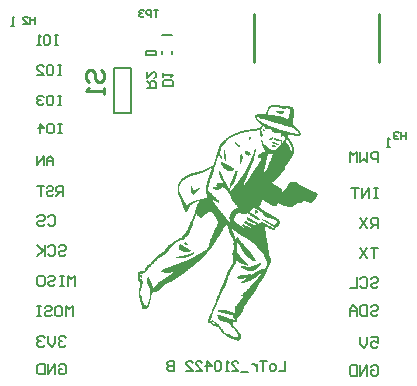
<source format=gbr>
%TF.GenerationSoftware,Altium Limited,Altium Designer,21.4.1 (30)*%
G04 Layer_Color=32896*
%FSLAX26Y26*%
%MOIN*%
%TF.SameCoordinates,A13BDBB0-CAD7-4838-8454-AA6E24CDD61A*%
%TF.FilePolarity,Positive*%
%TF.FileFunction,Legend,Bot*%
%TF.Part,Single*%
G01*
G75*
%TA.AperFunction,NonConductor*%
%ADD48C,0.007874*%
%ADD59C,0.008000*%
%ADD60C,0.005906*%
%ADD61C,0.010000*%
%ADD62C,0.007087*%
G36*
X899976Y935039D02*
X908588D01*
Y933809D01*
X918430D01*
Y932579D01*
X929503D01*
Y931348D01*
X943037D01*
Y930118D01*
X946727D01*
Y928888D01*
X949188D01*
Y927657D01*
X951649D01*
Y926427D01*
X952879D01*
Y925197D01*
X954109D01*
Y922736D01*
X955340D01*
Y920275D01*
X956570D01*
Y899360D01*
X955340D01*
Y891978D01*
X954109D01*
Y885827D01*
X952879D01*
Y880905D01*
X951649D01*
Y871063D01*
X952879D01*
Y869833D01*
X954109D01*
Y868602D01*
X955340D01*
Y867372D01*
X956570D01*
Y866142D01*
X957800D01*
Y864911D01*
X959031D01*
Y863681D01*
X960261D01*
Y862451D01*
X961491D01*
Y861220D01*
X963952D01*
Y858760D01*
X965182D01*
Y857529D01*
X966413D01*
Y856299D01*
X967643D01*
Y855069D01*
X968873D01*
Y853838D01*
X970104D01*
Y852608D01*
X971334D01*
Y851378D01*
X972564D01*
Y850148D01*
X973794D01*
Y847687D01*
X975025D01*
Y846457D01*
X976255D01*
Y845226D01*
X977485D01*
Y842766D01*
X978716D01*
Y834154D01*
X977485D01*
Y832923D01*
X976255D01*
Y831693D01*
X963952D01*
Y832923D01*
X955340D01*
Y834154D01*
X950418D01*
Y835384D01*
X936885D01*
Y834154D01*
X935655D01*
Y832923D01*
X934424D01*
Y831693D01*
X935655D01*
Y829232D01*
X936885D01*
Y826772D01*
X938115D01*
Y825541D01*
X939346D01*
Y824311D01*
X940576D01*
Y821850D01*
X941806D01*
Y820620D01*
X943037D01*
Y819390D01*
X944267D01*
Y816929D01*
X945497D01*
Y815699D01*
X946727D01*
Y813238D01*
X947958D01*
Y810778D01*
X949188D01*
Y809547D01*
X950418D01*
Y805856D01*
X951649D01*
Y803396D01*
X952879D01*
Y800935D01*
X954109D01*
Y796014D01*
X955340D01*
Y789862D01*
X956570D01*
Y777559D01*
X955340D01*
Y773868D01*
X954109D01*
Y770177D01*
X952879D01*
Y767716D01*
X951649D01*
Y766486D01*
X950418D01*
Y764025D01*
X949188D01*
Y762795D01*
X947958D01*
Y760335D01*
X946727D01*
Y757874D01*
X945497D01*
Y755413D01*
X944267D01*
Y752953D01*
X943037D01*
Y751722D01*
X941806D01*
Y749262D01*
X940576D01*
Y746801D01*
X939346D01*
Y745571D01*
X938115D01*
Y744341D01*
X936885D01*
Y743110D01*
X935655D01*
Y741880D01*
X934424D01*
Y739419D01*
X933194D01*
Y738189D01*
X931964D01*
Y736959D01*
X930733D01*
Y734498D01*
X929503D01*
Y733268D01*
X928273D01*
Y730807D01*
X927043D01*
Y728346D01*
X925812D01*
Y724655D01*
X924582D01*
Y719734D01*
X923351D01*
Y717274D01*
X922121D01*
Y716043D01*
X920891D01*
Y714813D01*
X919661D01*
Y713583D01*
X918430D01*
Y711122D01*
X917200D01*
Y709892D01*
X915970D01*
Y708661D01*
X914739D01*
Y707431D01*
X913509D01*
Y706201D01*
X912279D01*
Y703740D01*
X911048D01*
Y702510D01*
X909818D01*
Y701279D01*
X908588D01*
Y698819D01*
X907357D01*
Y697588D01*
X906127D01*
Y696358D01*
X904897D01*
Y695128D01*
X903667D01*
Y693898D01*
X902436D01*
Y692667D01*
X901206D01*
Y691437D01*
X898745D01*
Y690207D01*
X897515D01*
Y688976D01*
X896285D01*
Y687746D01*
X895054D01*
Y686516D01*
X893824D01*
Y685285D01*
X892594D01*
Y684055D01*
X890133D01*
Y682825D01*
X888903D01*
Y681594D01*
X887672D01*
Y680364D01*
X886442D01*
Y679134D01*
X885212D01*
Y677904D01*
X883981D01*
Y674212D01*
X885212D01*
Y672982D01*
X887672D01*
Y671752D01*
X890133D01*
Y670522D01*
X891363D01*
Y669291D01*
X893824D01*
Y668061D01*
X896285D01*
Y666831D01*
X897515D01*
Y665600D01*
X899976D01*
Y664370D01*
X902436D01*
Y663140D01*
X903667D01*
Y661909D01*
X906127D01*
Y660679D01*
X907357D01*
Y659449D01*
X909818D01*
Y658218D01*
X911048D01*
Y656988D01*
X912279D01*
Y655758D01*
X913509D01*
Y654528D01*
X914739D01*
Y653297D01*
X915970D01*
Y649606D01*
X917200D01*
Y645915D01*
X919661D01*
Y647146D01*
X920891D01*
Y648376D01*
X922121D01*
Y649606D01*
X923351D01*
Y650837D01*
X924582D01*
Y652067D01*
X925812D01*
Y653297D01*
X927043D01*
Y654528D01*
X928273D01*
Y656988D01*
X929503D01*
Y658218D01*
X930733D01*
Y659449D01*
X931964D01*
Y661909D01*
X933194D01*
Y666831D01*
X934424D01*
Y669291D01*
X935655D01*
Y671752D01*
X936885D01*
Y672982D01*
X938115D01*
Y674212D01*
X940576D01*
Y675443D01*
X941806D01*
Y676673D01*
X944267D01*
Y677904D01*
X947958D01*
Y679134D01*
X960261D01*
Y677904D01*
X965182D01*
Y676673D01*
X966413D01*
Y675443D01*
X968873D01*
Y674212D01*
X970104D01*
Y672982D01*
X971334D01*
Y671752D01*
X972564D01*
Y670522D01*
X973794D01*
Y669291D01*
X976255D01*
Y668061D01*
X978716D01*
Y666831D01*
X979946D01*
Y665600D01*
X982407D01*
Y664370D01*
X984867D01*
Y663140D01*
X987328D01*
Y661909D01*
X991019D01*
Y660679D01*
X992249D01*
Y659449D01*
X995940D01*
Y658218D01*
X998401D01*
Y656988D01*
X1000861D01*
Y655758D01*
X1003322D01*
Y654528D01*
X1005783D01*
Y653297D01*
X1007013D01*
Y652067D01*
X1010704D01*
Y650837D01*
X1011934D01*
Y649606D01*
X1014395D01*
Y648376D01*
X1018086D01*
Y647146D01*
X1019316D01*
Y645915D01*
X1024237D01*
Y644685D01*
X1029159D01*
Y643455D01*
X1031619D01*
Y642224D01*
X1032850D01*
Y640994D01*
X1034080D01*
Y638533D01*
X1035310D01*
Y637303D01*
X1034080D01*
Y633612D01*
X1032850D01*
Y629921D01*
X1031619D01*
Y627461D01*
X1030389D01*
Y625000D01*
X1029159D01*
Y622539D01*
X1026698D01*
Y620079D01*
X1024237D01*
Y618848D01*
X1023007D01*
Y617618D01*
X1021777D01*
Y616388D01*
X1020546D01*
Y615157D01*
X1019316D01*
Y613927D01*
X1018086D01*
Y612697D01*
X1016856D01*
Y611466D01*
X1015625D01*
Y610236D01*
X1014395D01*
Y609006D01*
X1010704D01*
Y610236D01*
X1007013D01*
Y611466D01*
X1004552D01*
Y612697D01*
X999631D01*
Y613927D01*
X997170D01*
Y615157D01*
X991019D01*
Y616388D01*
X986098D01*
Y615157D01*
X984867D01*
Y613927D01*
X983637D01*
Y612697D01*
X982407D01*
Y611466D01*
X981176D01*
Y610236D01*
X978716D01*
Y609006D01*
X973794D01*
Y610236D01*
X967643D01*
Y609006D01*
X966413D01*
Y607775D01*
X965182D01*
Y606545D01*
X963952D01*
Y605315D01*
X961491D01*
Y604085D01*
X960261D01*
Y602854D01*
X957800D01*
Y601624D01*
X956570D01*
Y600394D01*
X954109D01*
Y597933D01*
X952879D01*
Y596703D01*
X950418D01*
Y595472D01*
X938115D01*
Y596703D01*
X931964D01*
Y597933D01*
X928273D01*
Y599163D01*
X923351D01*
Y600394D01*
X920891D01*
Y601624D01*
X918430D01*
Y602854D01*
X914739D01*
Y604085D01*
X912279D01*
Y605315D01*
X909818D01*
Y606545D01*
X907357D01*
Y607775D01*
X904897D01*
Y609006D01*
X902436D01*
Y607775D01*
X901206D01*
Y605315D01*
X899976D01*
Y601624D01*
X898745D01*
Y600394D01*
X897515D01*
Y599163D01*
X895054D01*
Y597933D01*
X887672D01*
Y599163D01*
X883981D01*
Y600394D01*
X881521D01*
Y601624D01*
X879060D01*
Y602854D01*
X877830D01*
Y604085D01*
X875369D01*
Y605315D01*
X874139D01*
Y606545D01*
X871678D01*
Y607775D01*
X869218D01*
Y609006D01*
X866757D01*
Y610236D01*
X865527D01*
Y611466D01*
X864296D01*
Y612697D01*
X861836D01*
Y613927D01*
X860606D01*
Y615157D01*
X859375D01*
Y616388D01*
X856914D01*
Y617618D01*
X855684D01*
Y618848D01*
X853224D01*
Y620079D01*
X850763D01*
Y618848D01*
X849533D01*
Y616388D01*
X848302D01*
Y611466D01*
X847072D01*
Y610236D01*
Y609006D01*
Y607775D01*
X845842D01*
Y604085D01*
X844611D01*
Y602854D01*
X843381D01*
Y601624D01*
X842151D01*
Y599163D01*
X840920D01*
Y597933D01*
X839690D01*
Y595472D01*
X840920D01*
Y594242D01*
X842151D01*
Y593012D01*
X843381D01*
Y591781D01*
X845842D01*
Y590551D01*
X847072D01*
Y589321D01*
X849533D01*
Y588091D01*
X850763D01*
Y586860D01*
X853224D01*
Y585630D01*
X855684D01*
Y584399D01*
X856914D01*
Y583169D01*
X859375D01*
Y581939D01*
X860606D01*
Y580709D01*
X863066D01*
Y579478D01*
X865527D01*
Y578248D01*
X866757D01*
Y577018D01*
X869218D01*
Y575787D01*
X871678D01*
Y574557D01*
X872909D01*
Y573327D01*
X875369D01*
Y572096D01*
X876600D01*
Y570866D01*
X879060D01*
Y569636D01*
X881521D01*
Y568405D01*
X882751D01*
Y567175D01*
X885212D01*
Y565945D01*
X887672D01*
Y564715D01*
X888903D01*
Y563484D01*
X892594D01*
Y562254D01*
X893824D01*
Y561024D01*
X896285D01*
Y559793D01*
X898745D01*
Y558563D01*
X899976D01*
Y557333D01*
X902436D01*
Y556102D01*
X903667D01*
Y554872D01*
X904897D01*
Y552411D01*
X906127D01*
Y551181D01*
X907357D01*
Y547490D01*
X908588D01*
Y538878D01*
X907357D01*
Y535187D01*
X906127D01*
Y533957D01*
X904897D01*
Y532726D01*
X903667D01*
Y531496D01*
X902436D01*
Y530266D01*
X898745D01*
Y529035D01*
X896285D01*
Y527805D01*
X895054D01*
Y526575D01*
X893824D01*
Y524114D01*
X892594D01*
Y520423D01*
X891363D01*
Y519193D01*
X885212D01*
Y520423D01*
X882751D01*
Y521654D01*
X879060D01*
Y522884D01*
X874139D01*
Y524114D01*
X871678D01*
Y525344D01*
X870448D01*
Y526575D01*
X867987D01*
Y527805D01*
X865527D01*
Y529035D01*
X859375D01*
Y527805D01*
X858145D01*
Y526575D01*
X859375D01*
Y520423D01*
X860606D01*
Y514272D01*
X861836D01*
Y503199D01*
X863066D01*
Y493356D01*
X864296D01*
Y488435D01*
X865527D01*
Y479823D01*
X866757D01*
Y474901D01*
X867987D01*
Y467520D01*
X869218D01*
Y458907D01*
X870448D01*
Y451526D01*
X871678D01*
Y440453D01*
X872909D01*
Y434301D01*
X874139D01*
Y431841D01*
X875369D01*
Y428150D01*
X876600D01*
Y424459D01*
X877830D01*
Y408464D01*
X876600D01*
Y406004D01*
X875369D01*
Y402313D01*
X874139D01*
Y401083D01*
X872909D01*
Y398622D01*
X871678D01*
Y396161D01*
X870448D01*
Y393701D01*
X869218D01*
Y390010D01*
X867987D01*
Y387549D01*
X866757D01*
Y385089D01*
X865527D01*
Y381398D01*
X864296D01*
Y380167D01*
X863066D01*
Y376476D01*
X861836D01*
Y372785D01*
X860606D01*
Y371555D01*
X859375D01*
Y367864D01*
X858145D01*
Y366634D01*
X856914D01*
Y364173D01*
X855684D01*
Y362943D01*
X854454D01*
Y360482D01*
X853224D01*
Y356791D01*
X851993D01*
Y354331D01*
X850763D01*
Y351870D01*
X849533D01*
Y350640D01*
X848302D01*
Y349409D01*
X847072D01*
Y348179D01*
X845842D01*
Y345719D01*
X844611D01*
Y344488D01*
X843381D01*
Y343258D01*
X842151D01*
Y340797D01*
X840920D01*
Y339567D01*
X839690D01*
Y337106D01*
X838460D01*
Y334646D01*
X837230D01*
Y333415D01*
X835999D01*
Y329724D01*
X834769D01*
Y328494D01*
X833539D01*
Y326033D01*
X832308D01*
Y323573D01*
X831078D01*
Y322342D01*
X829848D01*
Y319882D01*
X828617D01*
Y317421D01*
X827387D01*
Y316191D01*
X826157D01*
Y313730D01*
X824926D01*
Y312500D01*
X823696D01*
Y310039D01*
X822466D01*
Y307579D01*
X821235D01*
Y306348D01*
X820005D01*
Y305118D01*
X818775D01*
Y303888D01*
X817544D01*
Y301427D01*
X816314D01*
Y300197D01*
X815084D01*
Y298966D01*
X813854D01*
Y296506D01*
X812623D01*
Y294045D01*
X811393D01*
Y292815D01*
X810163D01*
Y291585D01*
X808932D01*
Y289124D01*
X807702D01*
Y287894D01*
X806472D01*
Y285433D01*
X805241D01*
Y284203D01*
X804011D01*
Y281742D01*
X802781D01*
Y279281D01*
X801550D01*
Y278051D01*
X800320D01*
Y275591D01*
X799090D01*
Y274360D01*
X797859D01*
Y271900D01*
X796629D01*
Y270669D01*
X795399D01*
Y269439D01*
X794168D01*
Y268209D01*
X792938D01*
Y265748D01*
X791708D01*
Y264518D01*
X790477D01*
Y262057D01*
X789247D01*
Y259596D01*
X788017D01*
Y257136D01*
X786787D01*
Y252214D01*
X785556D01*
Y249754D01*
X784326D01*
Y247293D01*
X783096D01*
Y243602D01*
X781865D01*
Y242372D01*
X780635D01*
Y239911D01*
X779405D01*
Y237451D01*
X778174D01*
Y236220D01*
X776944D01*
Y233760D01*
X775714D01*
Y232530D01*
X773253D01*
Y231299D01*
X772023D01*
Y230069D01*
X770793D01*
Y228839D01*
X769562D01*
Y227608D01*
X768332D01*
Y226378D01*
X767101D01*
Y217766D01*
X765871D01*
Y215305D01*
X764641D01*
Y214075D01*
X762180D01*
Y212845D01*
X754798D01*
Y211614D01*
X752338D01*
Y210384D01*
X751107D01*
Y203002D01*
X752338D01*
Y200541D01*
X753568D01*
Y199311D01*
X754798D01*
Y198081D01*
X756029D01*
Y195620D01*
X758489D01*
Y194390D01*
X759720D01*
Y193159D01*
X760950D01*
Y191929D01*
X762180D01*
Y190699D01*
X763411D01*
Y189469D01*
X764641D01*
Y188238D01*
X765871D01*
Y187008D01*
X767101D01*
Y184547D01*
X768332D01*
Y183317D01*
X769562D01*
Y182087D01*
X770793D01*
Y179626D01*
X772023D01*
Y178396D01*
X773253D01*
Y177165D01*
X774483D01*
Y174705D01*
X775714D01*
Y173474D01*
X776944D01*
Y171014D01*
X778174D01*
Y168553D01*
X779405D01*
Y156250D01*
X778174D01*
Y155020D01*
X776944D01*
Y152559D01*
X774483D01*
Y151329D01*
X773253D01*
Y150098D01*
X764641D01*
Y151329D01*
X762180D01*
Y152559D01*
X759720D01*
Y153789D01*
X756029D01*
Y155020D01*
X752338D01*
Y156250D01*
X744956D01*
Y157480D01*
X742495D01*
Y158711D01*
X740035D01*
Y159941D01*
X738804D01*
Y161171D01*
X736344D01*
Y162401D01*
X733883D01*
Y163632D01*
X732653D01*
Y164862D01*
X731422D01*
Y166093D01*
X728962D01*
Y167323D01*
X727731D01*
Y168553D01*
X726501D01*
Y169783D01*
X725271D01*
Y171014D01*
X724040D01*
Y172244D01*
X721580D01*
Y173474D01*
X720350D01*
Y174705D01*
X719119D01*
Y175935D01*
X717889D01*
Y177165D01*
X716659D01*
Y179626D01*
X714198D01*
Y182087D01*
X712968D01*
Y183317D01*
X711737D01*
Y184547D01*
X710507D01*
Y185778D01*
X709277D01*
Y187008D01*
X708046D01*
Y190699D01*
X706816D01*
Y191929D01*
X705586D01*
Y193159D01*
X704356D01*
Y194390D01*
X703125D01*
Y195620D01*
X700664D01*
Y196850D01*
X694513D01*
Y198081D01*
X688361D01*
Y199311D01*
X687131D01*
Y200541D01*
X684670D01*
Y203002D01*
X682210D01*
Y205463D01*
X679749D01*
Y206693D01*
X678519D01*
Y207923D01*
X674828D01*
Y209154D01*
X671137D01*
Y210384D01*
X669907D01*
Y212845D01*
X668676D01*
Y221457D01*
X669907D01*
Y223917D01*
X671137D01*
Y227608D01*
X672367D01*
Y230069D01*
X673598D01*
Y232530D01*
X674828D01*
Y234990D01*
X676058D01*
Y236220D01*
X677289D01*
Y238681D01*
X678519D01*
Y241142D01*
X679749D01*
Y243602D01*
X680980D01*
Y248524D01*
X682210D01*
Y252214D01*
X683440D01*
Y254675D01*
X684670D01*
Y257136D01*
X685901D01*
Y259596D01*
X687131D01*
Y263287D01*
X688361D01*
Y265748D01*
X689592D01*
Y268209D01*
X690822D01*
Y270669D01*
X692052D01*
Y274360D01*
X693283D01*
Y275591D01*
X694513D01*
Y280512D01*
X695743D01*
Y284203D01*
X696974D01*
Y287894D01*
X698204D01*
Y291585D01*
X699434D01*
Y294045D01*
X700664D01*
Y297736D01*
X701895D01*
Y300197D01*
X703125D01*
Y302657D01*
X704356D01*
Y306348D01*
X705586D01*
Y310039D01*
X706816D01*
Y312500D01*
X708046D01*
Y314961D01*
X709277D01*
Y317421D01*
X710507D01*
Y321112D01*
X711737D01*
Y323573D01*
X712968D01*
Y326033D01*
X714198D01*
Y328494D01*
X715428D01*
Y330955D01*
X716659D01*
Y334646D01*
X717889D01*
Y338337D01*
X719119D01*
Y339567D01*
X720350D01*
Y343258D01*
X721580D01*
Y346949D01*
X722810D01*
Y349409D01*
X724040D01*
Y353100D01*
X725271D01*
Y356791D01*
X726501D01*
Y359252D01*
X727731D01*
Y364173D01*
X728962D01*
Y366634D01*
X730192D01*
Y370325D01*
X731422D01*
Y374016D01*
X732653D01*
Y376476D01*
X733883D01*
Y378937D01*
X735113D01*
Y381398D01*
X736344D01*
Y383858D01*
X737574D01*
Y386319D01*
X738804D01*
Y387549D01*
X740035D01*
Y388779D01*
X741265D01*
Y391240D01*
X742495D01*
Y392470D01*
X743726D01*
Y394931D01*
X744956D01*
Y397392D01*
X746186D01*
Y398622D01*
X747417D01*
Y402313D01*
X748647D01*
Y403543D01*
X749877D01*
Y407234D01*
X751107D01*
Y413386D01*
X752338D01*
Y429380D01*
X751107D01*
Y436762D01*
X749877D01*
Y442913D01*
X751107D01*
Y445374D01*
X752338D01*
Y446604D01*
X753568D01*
Y451526D01*
X754798D01*
Y467520D01*
X753568D01*
Y477362D01*
X754798D01*
Y478592D01*
X756029D01*
Y481053D01*
X754798D01*
Y483514D01*
X753568D01*
Y487205D01*
X752338D01*
Y489665D01*
X751107D01*
Y492126D01*
X749877D01*
Y494587D01*
X748647D01*
Y497047D01*
X747417D01*
Y498277D01*
X746186D01*
Y499508D01*
X744956D01*
Y501968D01*
X743726D01*
Y505659D01*
X742495D01*
Y508120D01*
X741265D01*
Y510581D01*
X740035D01*
Y511811D01*
X738804D01*
Y521654D01*
X737574D01*
Y526575D01*
X736344D01*
Y529035D01*
X735113D01*
Y532726D01*
X733883D01*
Y536417D01*
X728962D01*
Y535187D01*
X727731D01*
Y533957D01*
X726501D01*
Y532726D01*
X725271D01*
Y530266D01*
X724040D01*
Y529035D01*
X722810D01*
Y527805D01*
X721580D01*
Y524114D01*
X720350D01*
Y520423D01*
X719119D01*
Y516732D01*
X717889D01*
Y514272D01*
X716659D01*
Y513041D01*
X715428D01*
Y511811D01*
X714198D01*
Y509350D01*
X712968D01*
Y508120D01*
X711737D01*
Y506890D01*
X710507D01*
Y504429D01*
X709277D01*
Y503199D01*
X708046D01*
Y500738D01*
X706816D01*
Y499508D01*
X705586D01*
Y497047D01*
X704356D01*
Y494587D01*
X703125D01*
Y493356D01*
X701895D01*
Y490896D01*
X700664D01*
Y489665D01*
X699434D01*
Y487205D01*
X698204D01*
Y484744D01*
X696974D01*
Y483514D01*
X695743D01*
Y481053D01*
X694513D01*
Y478592D01*
X693283D01*
Y477362D01*
X692052D01*
Y476132D01*
X690822D01*
Y473671D01*
X689592D01*
Y472441D01*
X688361D01*
Y469980D01*
X687131D01*
Y468750D01*
X685901D01*
Y466289D01*
X684670D01*
Y465059D01*
X683440D01*
Y463829D01*
X682210D01*
Y461368D01*
X680980D01*
Y460138D01*
X679749D01*
Y458907D01*
X678519D01*
Y456447D01*
X677289D01*
Y455216D01*
X676058D01*
Y453986D01*
X674828D01*
Y451526D01*
X673598D01*
Y450295D01*
X672367D01*
Y449065D01*
X671137D01*
Y447835D01*
X669907D01*
Y446604D01*
X668676D01*
Y445374D01*
X667446D01*
Y442913D01*
X666216D01*
Y441683D01*
X664985D01*
Y440453D01*
X663755D01*
Y439222D01*
X662525D01*
Y437992D01*
X661294D01*
Y436762D01*
X660064D01*
Y435531D01*
X658834D01*
Y433071D01*
X657604D01*
Y431841D01*
X655143D01*
Y429380D01*
X653913D01*
Y428150D01*
X652682D01*
Y426919D01*
X651452D01*
Y425689D01*
X650222D01*
Y424459D01*
X648991D01*
Y423228D01*
X647761D01*
Y421998D01*
X646531D01*
Y420768D01*
X645300D01*
Y419537D01*
X642840D01*
Y418307D01*
X641609D01*
Y417077D01*
X640379D01*
Y415846D01*
X639149D01*
Y414616D01*
X637918D01*
Y413386D01*
X636688D01*
Y412156D01*
X635458D01*
Y410925D01*
X634227D01*
Y409695D01*
X631767D01*
Y408464D01*
X630537D01*
Y407234D01*
X629306D01*
Y406004D01*
X628076D01*
Y404774D01*
X626846D01*
Y403543D01*
X625615D01*
Y402313D01*
X623155D01*
Y401083D01*
X621924D01*
Y399852D01*
X619464D01*
Y398622D01*
X618234D01*
Y397392D01*
X617003D01*
Y396161D01*
X614543D01*
Y394931D01*
X613312D01*
Y393701D01*
X612082D01*
Y392470D01*
X609621D01*
Y391240D01*
X608391D01*
Y390010D01*
X607161D01*
Y388779D01*
X604700D01*
Y387549D01*
X603470D01*
Y386319D01*
X602239D01*
Y385089D01*
X601009D01*
Y383858D01*
X599779D01*
Y382628D01*
X598548D01*
Y381398D01*
X597318D01*
Y380167D01*
X596088D01*
Y378937D01*
X594857D01*
Y377707D01*
X593627D01*
Y376476D01*
X591167D01*
Y375246D01*
X589936D01*
Y374016D01*
X587476D01*
Y372785D01*
X585015D01*
Y371555D01*
X583785D01*
Y370325D01*
X581324D01*
Y369094D01*
X580094D01*
Y367864D01*
X577633D01*
Y366634D01*
X576403D01*
Y365404D01*
X575172D01*
Y364173D01*
X572712D01*
Y362943D01*
X570251D01*
Y361713D01*
X569021D01*
Y360482D01*
X567790D01*
Y359252D01*
X565330D01*
Y358022D01*
X564100D01*
Y356791D01*
X561639D01*
Y355561D01*
X560409D01*
Y354331D01*
X557948D01*
Y353100D01*
X555487D01*
Y351870D01*
X554257D01*
Y350640D01*
X551797D01*
Y349409D01*
X549336D01*
Y348179D01*
X548106D01*
Y346949D01*
X545645D01*
Y345719D01*
X543184D01*
Y344488D01*
X540724D01*
Y343258D01*
X538263D01*
Y342027D01*
X537033D01*
Y340797D01*
X533342D01*
Y339567D01*
X529651D01*
Y338337D01*
X527190D01*
Y337106D01*
X525960D01*
Y335876D01*
X523499D01*
Y334646D01*
X522269D01*
Y333415D01*
X521039D01*
Y332185D01*
X519808D01*
Y330955D01*
X518578D01*
Y329724D01*
X517348D01*
Y328494D01*
X516117D01*
Y327264D01*
X514887D01*
Y324803D01*
X513657D01*
Y323573D01*
X512426D01*
Y322342D01*
X511196D01*
Y321112D01*
X508735D01*
Y319882D01*
X507505D01*
Y318651D01*
X506275D01*
Y317421D01*
X505045D01*
Y316191D01*
X502584D01*
Y314961D01*
X498893D01*
Y313730D01*
X487820D01*
Y311270D01*
X486590D01*
Y310039D01*
X485359D01*
Y308809D01*
X484129D01*
Y307579D01*
X482899D01*
Y306348D01*
X481668D01*
Y303888D01*
X480438D01*
Y300197D01*
X479208D01*
Y291585D01*
X477978D01*
Y284203D01*
X476747D01*
Y278051D01*
X475517D01*
Y273130D01*
X474287D01*
Y265748D01*
X473056D01*
Y263287D01*
X471826D01*
Y260827D01*
X470596D01*
Y259596D01*
X469365D01*
Y258366D01*
X466905D01*
Y257136D01*
X465674D01*
Y255905D01*
X463214D01*
Y254675D01*
X454602D01*
Y255905D01*
X452141D01*
Y257136D01*
X450911D01*
Y259596D01*
X449680D01*
Y260827D01*
X448450D01*
Y268209D01*
X447220D01*
Y271900D01*
X445989D01*
Y274360D01*
X444759D01*
Y279281D01*
X443529D01*
Y281742D01*
X442298D01*
Y285433D01*
X441068D01*
Y291585D01*
X439838D01*
Y296506D01*
X438608D01*
Y323573D01*
X439838D01*
Y327264D01*
X441068D01*
Y329724D01*
X442298D01*
Y333415D01*
X443529D01*
Y339567D01*
X442298D01*
Y343258D01*
X441068D01*
Y345719D01*
X439838D01*
Y346949D01*
X438608D01*
Y350640D01*
X437377D01*
Y365404D01*
X436147D01*
Y377707D01*
X437377D01*
Y378937D01*
X438608D01*
Y380167D01*
X442298D01*
Y381398D01*
X444759D01*
Y382628D01*
X450911D01*
Y383858D01*
X458293D01*
Y385089D01*
X459523D01*
Y386319D01*
X460753D01*
Y391240D01*
X461983D01*
Y396161D01*
X463214D01*
Y397392D01*
X464444D01*
Y399852D01*
X466905D01*
Y401083D01*
X468135D01*
Y402313D01*
X470596D01*
Y403543D01*
X471826D01*
Y404774D01*
X474287D01*
Y406004D01*
X476747D01*
Y407234D01*
X477978D01*
Y408464D01*
X479208D01*
Y409695D01*
X480438D01*
Y410925D01*
X481668D01*
Y412156D01*
X482899D01*
Y413386D01*
X484129D01*
Y415846D01*
X485359D01*
Y417077D01*
X486590D01*
Y418307D01*
X487820D01*
Y419537D01*
X489050D01*
Y420768D01*
X490281D01*
Y421998D01*
X491511D01*
Y424459D01*
X492741D01*
Y425689D01*
X493972D01*
Y426919D01*
X495202D01*
Y428150D01*
X496432D01*
Y429380D01*
X497663D01*
Y430610D01*
X498893D01*
Y431841D01*
X500123D01*
Y433071D01*
X501353D01*
Y434301D01*
X502584D01*
Y435531D01*
X503814D01*
Y436762D01*
X505045D01*
Y437992D01*
X507505D01*
Y439222D01*
X509966D01*
Y440453D01*
X511196D01*
Y441683D01*
X514887D01*
Y442913D01*
X517348D01*
Y444144D01*
X518578D01*
Y445374D01*
X519808D01*
Y446604D01*
X521039D01*
Y447835D01*
X522269D01*
Y449065D01*
X523499D01*
Y450295D01*
X524730D01*
Y451526D01*
X525960D01*
Y453986D01*
X527190D01*
Y455216D01*
X528420D01*
Y456447D01*
X529651D01*
Y458907D01*
X530881D01*
Y460138D01*
X532111D01*
Y461368D01*
X533342D01*
Y463829D01*
X534572D01*
Y465059D01*
X535802D01*
Y466289D01*
X537033D01*
Y467520D01*
X539493D01*
Y468750D01*
X541954D01*
Y469980D01*
X543184D01*
Y471211D01*
X544415D01*
Y472441D01*
X546875D01*
Y473671D01*
X548106D01*
Y474901D01*
X549336D01*
Y476132D01*
X551797D01*
Y477362D01*
X553027D01*
Y478592D01*
X554257D01*
Y479823D01*
X556718D01*
Y481053D01*
X557948D01*
Y482283D01*
X560409D01*
Y483514D01*
X561639D01*
Y484744D01*
X564100D01*
Y485974D01*
X565330D01*
Y487205D01*
X567790D01*
Y488435D01*
X570251D01*
Y489665D01*
X572712D01*
Y490896D01*
X577633D01*
Y492126D01*
X580094D01*
Y493356D01*
X581324D01*
Y495817D01*
X582554D01*
Y499508D01*
X583785D01*
Y500738D01*
X585015D01*
Y501968D01*
X587476D01*
Y503199D01*
X588706D01*
Y504429D01*
X591167D01*
Y505659D01*
X592397D01*
Y506890D01*
X593627D01*
Y508120D01*
X594857D01*
Y509350D01*
X596088D01*
Y511811D01*
X597318D01*
Y514272D01*
X598548D01*
Y516732D01*
X599779D01*
Y520423D01*
X601009D01*
Y521654D01*
X602239D01*
Y525344D01*
X603470D01*
Y527805D01*
X604700D01*
Y530266D01*
X605930D01*
Y533957D01*
X607161D01*
Y536417D01*
X608391D01*
Y538878D01*
X609621D01*
Y542569D01*
X610852D01*
Y545029D01*
X612082D01*
Y547490D01*
X613312D01*
Y549951D01*
X614543D01*
Y552411D01*
X615773D01*
Y554872D01*
X617003D01*
Y557333D01*
X618234D01*
Y559793D01*
X619464D01*
Y563484D01*
X620694D01*
Y564715D01*
X621924D01*
Y569636D01*
X623155D01*
Y573327D01*
X624385D01*
Y577018D01*
X625615D01*
Y580709D01*
X626846D01*
Y584399D01*
X628076D01*
Y588091D01*
X629306D01*
Y593012D01*
X630537D01*
Y596703D01*
X631767D01*
Y600394D01*
X632997D01*
Y604085D01*
X634227D01*
Y605315D01*
X635458D01*
Y607775D01*
X636688D01*
Y609006D01*
X637918D01*
Y611466D01*
X639149D01*
Y615157D01*
X632997D01*
Y613927D01*
X631767D01*
Y612697D01*
X628076D01*
Y611466D01*
X626846D01*
Y610236D01*
X624385D01*
Y609006D01*
X620694D01*
Y607775D01*
X619464D01*
Y606545D01*
X617003D01*
Y605315D01*
X615773D01*
Y604085D01*
X614543D01*
Y602854D01*
X612082D01*
Y601624D01*
X610852D01*
Y600394D01*
X609621D01*
Y597933D01*
X608391D01*
Y596703D01*
X607161D01*
Y595472D01*
X605930D01*
Y593012D01*
X604700D01*
Y590551D01*
X603470D01*
Y586860D01*
X602239D01*
Y584399D01*
X601009D01*
Y581939D01*
X599779D01*
Y580709D01*
X598548D01*
Y579478D01*
X593627D01*
Y580709D01*
X592397D01*
Y581939D01*
X591167D01*
Y584399D01*
X589936D01*
Y588091D01*
X588706D01*
Y593012D01*
X587476D01*
Y596703D01*
X586245D01*
Y601624D01*
X585015D01*
Y604085D01*
X583785D01*
Y606545D01*
X582554D01*
Y610236D01*
X581324D01*
Y612697D01*
X580094D01*
Y615157D01*
X578863D01*
Y618848D01*
X577633D01*
Y621309D01*
X576403D01*
Y623770D01*
X575172D01*
Y627461D01*
X573942D01*
Y631152D01*
X572712D01*
Y634842D01*
X571481D01*
Y637303D01*
X570251D01*
Y643455D01*
X569021D01*
Y650837D01*
X567790D01*
Y665600D01*
X569021D01*
Y670522D01*
X570251D01*
Y672982D01*
X571481D01*
Y675443D01*
X572712D01*
Y677904D01*
X573942D01*
Y680364D01*
X575172D01*
Y682825D01*
X576403D01*
Y684055D01*
X577633D01*
Y686516D01*
X578863D01*
Y687746D01*
X580094D01*
Y688976D01*
X582554D01*
Y690207D01*
X583785D01*
Y691437D01*
X586245D01*
Y692667D01*
X587476D01*
Y693898D01*
X589936D01*
Y695128D01*
X592397D01*
Y696358D01*
X593627D01*
Y697588D01*
X596088D01*
Y698819D01*
X598548D01*
Y700049D01*
X599779D01*
Y701279D01*
X602239D01*
Y702510D01*
X604700D01*
Y703740D01*
X607161D01*
Y704970D01*
X610852D01*
Y706201D01*
X613312D01*
Y707431D01*
X617003D01*
Y708661D01*
X620694D01*
Y709892D01*
X624385D01*
Y711122D01*
X629306D01*
Y712352D01*
X632997D01*
Y713583D01*
X637918D01*
Y714813D01*
X644070D01*
Y716043D01*
X647761D01*
Y717274D01*
X652682D01*
Y718504D01*
X656373D01*
Y719734D01*
X658834D01*
Y720965D01*
X661294D01*
Y722195D01*
X662525D01*
Y723425D01*
X664985D01*
Y724655D01*
X667446D01*
Y725886D01*
X669907D01*
Y727116D01*
X673598D01*
Y728346D01*
X676058D01*
Y729577D01*
X678519D01*
Y730807D01*
X683440D01*
Y732037D01*
X684670D01*
Y733268D01*
X685901D01*
Y734498D01*
X687131D01*
Y736959D01*
X688361D01*
Y740649D01*
X689592D01*
Y743110D01*
X690822D01*
Y746801D01*
X692052D01*
Y751722D01*
X693283D01*
Y755413D01*
X694513D01*
Y761565D01*
X695743D01*
Y765256D01*
X696974D01*
Y767716D01*
X698204D01*
Y770177D01*
X699434D01*
Y772638D01*
X700664D01*
Y777559D01*
X701895D01*
Y783711D01*
X703125D01*
Y788632D01*
X704356D01*
Y792323D01*
X705586D01*
Y796014D01*
X706816D01*
Y798474D01*
X708046D01*
Y800935D01*
X709277D01*
Y802165D01*
X710507D01*
Y804626D01*
X711737D01*
Y805856D01*
X712968D01*
Y808317D01*
X714198D01*
Y809547D01*
X715428D01*
Y810778D01*
X716659D01*
Y812008D01*
X717889D01*
Y813238D01*
X719119D01*
Y814468D01*
X720350D01*
Y815699D01*
X721580D01*
Y816929D01*
X722810D01*
Y818159D01*
X724040D01*
Y819390D01*
X725271D01*
Y820620D01*
X727731D01*
Y821850D01*
X728962D01*
Y823081D01*
X730192D01*
Y824311D01*
X731422D01*
Y825541D01*
X733883D01*
Y826772D01*
X735113D01*
Y828002D01*
X736344D01*
Y829232D01*
X737574D01*
Y830462D01*
X738804D01*
Y831693D01*
X741265D01*
Y832923D01*
X744956D01*
Y834154D01*
X746186D01*
Y835384D01*
X749877D01*
Y836614D01*
X752338D01*
Y837844D01*
X754798D01*
Y839075D01*
X757259D01*
Y840305D01*
X759720D01*
Y841535D01*
X763411D01*
Y842766D01*
X765871D01*
Y843996D01*
X768332D01*
Y845226D01*
X773253D01*
Y846457D01*
X776944D01*
Y847687D01*
X780635D01*
Y848917D01*
X785556D01*
Y850148D01*
X790477D01*
Y851378D01*
X795399D01*
Y852608D01*
X802781D01*
Y853838D01*
X808932D01*
Y855069D01*
X820005D01*
Y856299D01*
X831078D01*
Y857529D01*
X837230D01*
Y858760D01*
X842151D01*
Y861220D01*
X843381D01*
Y862451D01*
X844611D01*
Y864911D01*
X845842D01*
Y866142D01*
X847072D01*
Y867372D01*
X848302D01*
Y868602D01*
X847072D01*
Y869833D01*
X845842D01*
Y872293D01*
X843381D01*
Y874754D01*
X842151D01*
Y875984D01*
X840920D01*
Y877215D01*
X839690D01*
Y878445D01*
X838460D01*
Y879675D01*
X837230D01*
Y880905D01*
X835999D01*
Y882136D01*
X834769D01*
Y883366D01*
X833539D01*
Y884596D01*
X832308D01*
Y885827D01*
X831078D01*
Y887057D01*
X829848D01*
Y889518D01*
X828617D01*
Y891978D01*
X827387D01*
Y893209D01*
X826157D01*
Y900591D01*
X827387D01*
Y901821D01*
X829848D01*
Y903051D01*
X832308D01*
Y904281D01*
X861836D01*
Y909203D01*
X863066D01*
Y912894D01*
X864296D01*
Y914124D01*
X865527D01*
Y917815D01*
X866757D01*
Y919045D01*
X867987D01*
Y925197D01*
X869218D01*
Y927657D01*
X870448D01*
Y928888D01*
X871678D01*
Y931348D01*
X874139D01*
Y932579D01*
X875369D01*
Y933809D01*
X879060D01*
Y935039D01*
X885212D01*
Y936270D01*
X899976D01*
Y935039D01*
D02*
G37*
%LPC*%
G36*
X897515Y930118D02*
X887672D01*
Y928888D01*
X882751D01*
Y927657D01*
X879060D01*
Y926427D01*
X877830D01*
Y925197D01*
X876600D01*
Y923966D01*
X875369D01*
Y922736D01*
X874139D01*
Y921506D01*
X872909D01*
Y919045D01*
X871678D01*
Y914124D01*
X870448D01*
Y911663D01*
X869218D01*
Y907972D01*
X867987D01*
Y903051D01*
X875369D01*
Y901821D01*
X893824D01*
Y900591D01*
X901206D01*
Y899360D01*
X906127D01*
Y898130D01*
X912279D01*
Y896899D01*
X915970D01*
Y895669D01*
X919661D01*
Y894439D01*
X923351D01*
Y893209D01*
X925812D01*
Y891978D01*
X928273D01*
Y890748D01*
X929503D01*
Y889518D01*
X931964D01*
Y888287D01*
X935655D01*
Y889518D01*
X936885D01*
Y893209D01*
X938115D01*
Y898130D01*
X939346D01*
Y900591D01*
X940576D01*
Y904281D01*
X941806D01*
Y907972D01*
X943037D01*
Y911663D01*
X944267D01*
Y921506D01*
X943037D01*
Y922736D01*
X941806D01*
Y923966D01*
X936885D01*
Y925197D01*
X929503D01*
Y923966D01*
X915970D01*
Y925197D01*
X909818D01*
Y926427D01*
X907357D01*
Y927657D01*
X902436D01*
Y928888D01*
X897515D01*
Y930118D01*
D02*
G37*
G36*
X837230Y895669D02*
X832308D01*
Y894439D01*
X831078D01*
Y891978D01*
X832308D01*
Y890748D01*
X833539D01*
Y889518D01*
X834769D01*
Y888287D01*
X835999D01*
Y887057D01*
X837230D01*
Y885827D01*
X838460D01*
Y884596D01*
X840920D01*
Y883366D01*
X842151D01*
Y882136D01*
X844611D01*
Y880905D01*
X845842D01*
Y879675D01*
X848302D01*
Y878445D01*
X850763D01*
Y877215D01*
X851993D01*
Y875984D01*
X854454D01*
Y874754D01*
X856914D01*
Y873524D01*
X859375D01*
Y872293D01*
X861836D01*
Y871063D01*
X864296D01*
Y869833D01*
X866757D01*
Y868602D01*
X870448D01*
Y867372D01*
X872909D01*
Y866142D01*
X875369D01*
Y864911D01*
X879060D01*
Y863681D01*
X881521D01*
Y862451D01*
X885212D01*
Y861220D01*
X888903D01*
Y859990D01*
X891363D01*
Y858760D01*
X896285D01*
Y857529D01*
X899976D01*
Y856299D01*
X903667D01*
Y855069D01*
X907357D01*
Y853838D01*
X911048D01*
Y852608D01*
X914739D01*
Y851378D01*
X918430D01*
Y850148D01*
X922121D01*
Y848917D01*
X928273D01*
Y847687D01*
X931964D01*
Y846457D01*
X936885D01*
Y845226D01*
X943037D01*
Y843996D01*
X946727D01*
Y842766D01*
X952879D01*
Y841535D01*
X959031D01*
Y840305D01*
X962722D01*
Y839075D01*
X970104D01*
Y837844D01*
X971334D01*
Y842766D01*
X970104D01*
Y845226D01*
X968873D01*
Y846457D01*
X967643D01*
Y847687D01*
X966413D01*
Y848917D01*
X965182D01*
Y850148D01*
X963952D01*
Y851378D01*
X962722D01*
Y852608D01*
X961491D01*
Y853838D01*
X960261D01*
Y855069D01*
X957800D01*
Y856299D01*
X956570D01*
Y857529D01*
X955340D01*
Y858760D01*
X952879D01*
Y859990D01*
X950418D01*
Y861220D01*
X946727D01*
Y862451D01*
X939346D01*
Y863681D01*
X934424D01*
Y864911D01*
X929503D01*
Y866142D01*
X925812D01*
Y867372D01*
X922121D01*
Y868602D01*
X918430D01*
Y869833D01*
X914739D01*
Y871063D01*
X911048D01*
Y872293D01*
X907357D01*
Y873524D01*
X903667D01*
Y874754D01*
X898745D01*
Y875984D01*
X893824D01*
Y877215D01*
X890133D01*
Y878445D01*
X885212D01*
Y879675D01*
X880290D01*
Y880905D01*
X876600D01*
Y882136D01*
X870448D01*
Y883366D01*
X867987D01*
Y884596D01*
X864296D01*
Y885827D01*
X860606D01*
Y887057D01*
X858145D01*
Y888287D01*
X854454D01*
Y889518D01*
X849533D01*
Y890748D01*
X843381D01*
Y891978D01*
X839690D01*
Y893209D01*
X838460D01*
Y894439D01*
X837230D01*
Y895669D01*
D02*
G37*
G36*
X855684Y864911D02*
X851993D01*
Y863681D01*
X850763D01*
Y862451D01*
X849533D01*
Y859990D01*
X848302D01*
Y856299D01*
X847072D01*
Y847687D01*
X848302D01*
Y842766D01*
X849533D01*
Y840305D01*
X850763D01*
Y837844D01*
X851993D01*
Y832923D01*
X850763D01*
Y831693D01*
X848302D01*
Y830462D01*
X845842D01*
Y831693D01*
X844611D01*
Y832923D01*
X843381D01*
Y835384D01*
X842151D01*
Y839075D01*
X843381D01*
Y848917D01*
X842151D01*
Y851378D01*
X833539D01*
Y850148D01*
X822466D01*
Y848917D01*
X810163D01*
Y847687D01*
X805241D01*
Y846457D01*
X797859D01*
Y845226D01*
X790477D01*
Y843996D01*
X786787D01*
Y842766D01*
X780635D01*
Y841535D01*
X776944D01*
Y840305D01*
X774483D01*
Y839075D01*
X770793D01*
Y837844D01*
X768332D01*
Y836614D01*
X764641D01*
Y835384D01*
X760950D01*
Y834154D01*
X758489D01*
Y832923D01*
X756029D01*
Y831693D01*
X753568D01*
Y830462D01*
X752338D01*
Y829232D01*
X748647D01*
Y828002D01*
X746186D01*
Y826772D01*
X743726D01*
Y825541D01*
X741265D01*
Y824311D01*
X740035D01*
Y823081D01*
X737574D01*
Y820620D01*
X736344D01*
Y819390D01*
X733883D01*
Y816929D01*
X732653D01*
Y815699D01*
X731422D01*
Y814468D01*
X730192D01*
Y813238D01*
X728962D01*
Y812008D01*
X727731D01*
Y809547D01*
X726501D01*
Y808317D01*
X725271D01*
Y807087D01*
X724040D01*
Y805856D01*
X722810D01*
Y804626D01*
X721580D01*
Y803396D01*
X720350D01*
Y802165D01*
X719119D01*
Y800935D01*
X717889D01*
Y798474D01*
X716659D01*
Y797244D01*
X715428D01*
Y794783D01*
X714198D01*
Y791092D01*
X712968D01*
Y787402D01*
X711737D01*
Y782480D01*
X710507D01*
Y770177D01*
X711737D01*
Y768947D01*
X712968D01*
Y767716D01*
X714198D01*
Y765256D01*
X715428D01*
Y761565D01*
X716659D01*
Y755413D01*
X715428D01*
Y754183D01*
X714198D01*
Y755413D01*
X712968D01*
Y756644D01*
X711737D01*
Y759104D01*
X710507D01*
Y761565D01*
X709277D01*
Y764025D01*
X708046D01*
Y766486D01*
X706816D01*
Y767716D01*
X704356D01*
Y765256D01*
X703125D01*
Y764025D01*
X701895D01*
Y760335D01*
X700664D01*
Y752953D01*
X699434D01*
Y750492D01*
X698204D01*
Y748031D01*
X696974D01*
Y745571D01*
X695743D01*
Y741880D01*
X694513D01*
Y735728D01*
X693283D01*
Y733268D01*
X692052D01*
Y728346D01*
X690822D01*
Y722195D01*
X689592D01*
Y719734D01*
X688361D01*
Y713583D01*
X687131D01*
Y709892D01*
X685901D01*
Y706201D01*
X684670D01*
Y701279D01*
X683440D01*
Y698819D01*
X682210D01*
Y696358D01*
X680980D01*
Y693898D01*
X679749D01*
Y691437D01*
X678519D01*
Y687746D01*
X677289D01*
Y684055D01*
X676058D01*
Y681594D01*
X674828D01*
Y676673D01*
X673598D01*
Y674212D01*
X672367D01*
Y669291D01*
X671137D01*
Y661909D01*
X669907D01*
Y649606D01*
X671137D01*
Y648376D01*
X672367D01*
Y647146D01*
X673598D01*
Y645915D01*
X674828D01*
Y644685D01*
X677289D01*
Y643455D01*
X678519D01*
Y642224D01*
X679749D01*
Y640994D01*
X680980D01*
Y638533D01*
X682210D01*
Y637303D01*
X683440D01*
Y636073D01*
X684670D01*
Y634842D01*
X685901D01*
Y633612D01*
X687131D01*
Y632382D01*
X688361D01*
Y631152D01*
X689592D01*
Y629921D01*
X690822D01*
Y628691D01*
X693283D01*
Y627461D01*
X694513D01*
Y626230D01*
X695743D01*
Y625000D01*
X696974D01*
Y623770D01*
X698204D01*
Y622539D01*
X699434D01*
Y621309D01*
X700664D01*
Y620079D01*
X701895D01*
Y618848D01*
X704356D01*
Y616388D01*
X705586D01*
Y615157D01*
X706816D01*
Y613927D01*
X708046D01*
Y611466D01*
X706816D01*
Y610236D01*
X703125D01*
Y611466D01*
X700664D01*
Y612697D01*
X696974D01*
Y613927D01*
X695743D01*
Y615157D01*
X693283D01*
Y616388D01*
X690822D01*
Y617618D01*
X688361D01*
Y618848D01*
X685901D01*
Y620079D01*
X683440D01*
Y617618D01*
X684670D01*
Y615157D01*
X685901D01*
Y613927D01*
X687131D01*
Y612697D01*
X688361D01*
Y610236D01*
X689592D01*
Y609006D01*
X690822D01*
Y607775D01*
X692052D01*
Y605315D01*
X693283D01*
Y604085D01*
X694513D01*
Y602854D01*
X695743D01*
Y600394D01*
X696974D01*
Y599163D01*
X698204D01*
Y596703D01*
X699434D01*
Y595472D01*
X700664D01*
Y594242D01*
X701895D01*
Y591781D01*
X703125D01*
Y590551D01*
X704356D01*
Y589321D01*
X705586D01*
Y588091D01*
X706816D01*
Y586860D01*
X708046D01*
Y584399D01*
X709277D01*
Y583169D01*
X710507D01*
Y581939D01*
X711737D01*
Y579478D01*
X712968D01*
Y578248D01*
X714198D01*
Y577018D01*
X715428D01*
Y575787D01*
X716659D01*
Y574557D01*
X717889D01*
Y572096D01*
X719119D01*
Y570866D01*
X720350D01*
Y569636D01*
X721580D01*
Y568405D01*
X722810D01*
Y565945D01*
X724040D01*
Y564715D01*
X725271D01*
Y563484D01*
X726501D01*
Y562254D01*
X727731D01*
Y559793D01*
X728962D01*
Y558563D01*
X730192D01*
Y557333D01*
X731422D01*
Y554872D01*
X732653D01*
Y553642D01*
X733883D01*
Y552411D01*
X735113D01*
Y551181D01*
X736344D01*
Y549951D01*
X737574D01*
Y548720D01*
X738804D01*
Y547490D01*
X740035D01*
Y546260D01*
X742495D01*
Y547490D01*
X743726D01*
Y549951D01*
X742495D01*
Y552411D01*
X741265D01*
Y554872D01*
X740035D01*
Y562254D01*
X741265D01*
Y567175D01*
X742495D01*
Y568405D01*
X743726D01*
Y572096D01*
X744956D01*
Y574557D01*
X746186D01*
Y575787D01*
X747417D01*
Y578248D01*
X748647D01*
Y579478D01*
X749877D01*
Y581939D01*
X751107D01*
Y583169D01*
X752338D01*
Y584399D01*
X753568D01*
Y585630D01*
X754798D01*
Y586860D01*
X756029D01*
Y588091D01*
X757259D01*
Y589321D01*
X759720D01*
Y590551D01*
X762180D01*
Y591781D01*
X765871D01*
Y593012D01*
X768332D01*
Y596703D01*
X767101D01*
Y599163D01*
X765871D01*
Y600394D01*
X764641D01*
Y601624D01*
X763411D01*
Y602854D01*
X762180D01*
Y604085D01*
X760950D01*
Y605315D01*
X759720D01*
Y606545D01*
X758489D01*
Y607775D01*
X757259D01*
Y609006D01*
X756029D01*
Y611466D01*
X754798D01*
Y612697D01*
X753568D01*
Y613927D01*
X752338D01*
Y615157D01*
X751107D01*
Y616388D01*
X749877D01*
Y618848D01*
X748647D01*
Y621309D01*
X747417D01*
Y623770D01*
X746186D01*
Y627461D01*
X744956D01*
Y631152D01*
X743726D01*
Y634842D01*
X742495D01*
Y637303D01*
X741265D01*
Y639764D01*
X740035D01*
Y640994D01*
X738804D01*
Y642224D01*
X737574D01*
Y643455D01*
X736344D01*
Y645915D01*
X735113D01*
Y648376D01*
X733883D01*
Y650837D01*
X732653D01*
Y652067D01*
X731422D01*
Y653297D01*
X730192D01*
Y654528D01*
X728962D01*
Y655758D01*
X726501D01*
Y656988D01*
X725271D01*
Y658218D01*
X722810D01*
Y659449D01*
X719119D01*
Y660679D01*
X717889D01*
Y661909D01*
X716659D01*
Y660679D01*
X715428D01*
Y659449D01*
X714198D01*
Y658218D01*
X712968D01*
Y656988D01*
X711737D01*
Y655758D01*
X708046D01*
Y654528D01*
X704356D01*
Y653297D01*
X700664D01*
Y652067D01*
X699434D01*
Y653297D01*
X692052D01*
Y654528D01*
X689592D01*
Y655758D01*
X687131D01*
Y656988D01*
X685901D01*
Y660679D01*
X687131D01*
Y661909D01*
X695743D01*
Y663140D01*
X698204D01*
Y665600D01*
X696974D01*
Y670522D01*
X698204D01*
Y671752D01*
X699434D01*
Y672982D01*
X700664D01*
Y674212D01*
X704356D01*
Y675443D01*
X714198D01*
Y676673D01*
X717889D01*
Y677904D01*
X719119D01*
Y679134D01*
X717889D01*
Y681594D01*
X716659D01*
Y684055D01*
X715428D01*
Y685285D01*
X714198D01*
Y687746D01*
X712968D01*
Y688976D01*
X711737D01*
Y691437D01*
X710507D01*
Y695128D01*
X709277D01*
Y697588D01*
X708046D01*
Y701279D01*
X706816D01*
Y706201D01*
X705586D01*
Y712352D01*
X706816D01*
Y714813D01*
X709277D01*
Y713583D01*
X711737D01*
Y711122D01*
X712968D01*
Y709892D01*
X714198D01*
Y706201D01*
X715428D01*
Y701279D01*
X716659D01*
Y697588D01*
X717889D01*
Y695128D01*
X719119D01*
Y692667D01*
X720350D01*
Y690207D01*
X721580D01*
Y687746D01*
X722810D01*
Y686516D01*
X724040D01*
Y684055D01*
X725271D01*
Y681594D01*
X726501D01*
Y680364D01*
X727731D01*
Y677904D01*
X728962D01*
Y675443D01*
X730192D01*
Y672982D01*
X731422D01*
Y669291D01*
X732653D01*
Y668061D01*
X733883D01*
Y664370D01*
X735113D01*
Y663140D01*
X736344D01*
Y661909D01*
X737574D01*
Y660679D01*
X738804D01*
Y659449D01*
X741265D01*
Y658218D01*
X742495D01*
Y655758D01*
X743726D01*
Y648376D01*
X746186D01*
Y650837D01*
X747417D01*
Y652067D01*
X748647D01*
Y653297D01*
X749877D01*
Y654528D01*
X751107D01*
Y656988D01*
X752338D01*
Y658218D01*
X753568D01*
Y659449D01*
X754798D01*
Y660679D01*
X756029D01*
Y663140D01*
X757259D01*
Y664370D01*
X758489D01*
Y665600D01*
X759720D01*
Y666831D01*
X760950D01*
Y669291D01*
X762180D01*
Y670522D01*
X763411D01*
Y671752D01*
X764641D01*
Y672982D01*
X765871D01*
Y674212D01*
X767101D01*
Y676673D01*
X768332D01*
Y677904D01*
X769562D01*
Y679134D01*
X770793D01*
Y681594D01*
X772023D01*
Y682825D01*
X773253D01*
Y685285D01*
X774483D01*
Y687746D01*
X775714D01*
Y688976D01*
X776944D01*
Y691437D01*
X778174D01*
Y693898D01*
X779405D01*
Y695128D01*
X780635D01*
Y696358D01*
X781865D01*
Y697588D01*
X783096D01*
Y700049D01*
X784326D01*
Y701279D01*
X785556D01*
Y703740D01*
X786787D01*
Y704970D01*
X788017D01*
Y706201D01*
X789247D01*
Y708661D01*
X790477D01*
Y709892D01*
X791708D01*
Y712352D01*
X792938D01*
Y714813D01*
X794168D01*
Y717274D01*
X795399D01*
Y719734D01*
X796629D01*
Y720965D01*
X797859D01*
Y723425D01*
X799090D01*
Y725886D01*
X800320D01*
Y728346D01*
X801550D01*
Y729577D01*
X802781D01*
Y733268D01*
X804011D01*
Y735728D01*
X805241D01*
Y738189D01*
X806472D01*
Y741880D01*
X807702D01*
Y744341D01*
X808932D01*
Y746801D01*
X810163D01*
Y750492D01*
X811393D01*
Y751722D01*
X812623D01*
Y755413D01*
X813854D01*
Y757874D01*
X815084D01*
Y760335D01*
X816314D01*
Y762795D01*
X817544D01*
Y766486D01*
X818775D01*
Y771407D01*
X820005D01*
Y773868D01*
X821235D01*
Y776329D01*
X822466D01*
Y782480D01*
X823696D01*
Y784941D01*
X824926D01*
Y786171D01*
X826157D01*
Y787402D01*
X827387D01*
Y788632D01*
X828617D01*
Y780020D01*
X827387D01*
Y776329D01*
X826157D01*
Y770177D01*
X824926D01*
Y765256D01*
X823696D01*
Y760335D01*
X822466D01*
Y754183D01*
X821235D01*
Y750492D01*
X820005D01*
Y746801D01*
X818775D01*
Y743110D01*
X817544D01*
Y740649D01*
X816314D01*
Y738189D01*
X815084D01*
Y735728D01*
X813854D01*
Y732037D01*
X812623D01*
Y729577D01*
X811393D01*
Y727116D01*
X810163D01*
Y723425D01*
X808932D01*
Y720965D01*
X807702D01*
Y718504D01*
X806472D01*
Y714813D01*
X805241D01*
Y712352D01*
X804011D01*
Y709892D01*
X802781D01*
Y706201D01*
X801550D01*
Y703740D01*
X800320D01*
Y698819D01*
X799090D01*
Y695128D01*
X797859D01*
Y692667D01*
X796629D01*
Y688976D01*
X795399D01*
Y686516D01*
X794168D01*
Y682825D01*
X792938D01*
Y680364D01*
X791708D01*
Y677904D01*
X790477D01*
Y674212D01*
X789247D01*
Y669291D01*
X790477D01*
Y670522D01*
X791708D01*
Y671752D01*
X792938D01*
Y672982D01*
X794168D01*
Y674212D01*
X795399D01*
Y675443D01*
X796629D01*
Y677904D01*
X797859D01*
Y679134D01*
X799090D01*
Y681594D01*
X800320D01*
Y684055D01*
X801550D01*
Y685285D01*
X802781D01*
Y687746D01*
X804011D01*
Y690207D01*
X805241D01*
Y692667D01*
X806472D01*
Y693898D01*
X807702D01*
Y695128D01*
X808932D01*
Y697588D01*
X810163D01*
Y698819D01*
X811393D01*
Y701279D01*
X812623D01*
Y702510D01*
X813854D01*
Y704970D01*
X815084D01*
Y706201D01*
X816314D01*
Y708661D01*
X817544D01*
Y709892D01*
X818775D01*
Y712352D01*
X820005D01*
Y714813D01*
X821235D01*
Y716043D01*
X822466D01*
Y718504D01*
X823696D01*
Y719734D01*
X824926D01*
Y722195D01*
X826157D01*
Y723425D01*
X827387D01*
Y724655D01*
X828617D01*
Y727116D01*
X829848D01*
Y728346D01*
X832308D01*
Y730807D01*
X833539D01*
Y732037D01*
X834769D01*
Y733268D01*
X835999D01*
Y735728D01*
X837230D01*
Y738189D01*
X838460D01*
Y739419D01*
X839690D01*
Y741880D01*
X840920D01*
Y744341D01*
X842151D01*
Y746801D01*
X843381D01*
Y749262D01*
X844611D01*
Y750492D01*
X845842D01*
Y752953D01*
X847072D01*
Y757874D01*
X839690D01*
Y759104D01*
X838460D01*
Y760335D01*
X835999D01*
Y766486D01*
X837230D01*
Y767716D01*
X838460D01*
Y768947D01*
X839690D01*
Y770177D01*
X840920D01*
Y771407D01*
X842151D01*
Y772638D01*
X844611D01*
Y773868D01*
X847072D01*
Y775098D01*
X848302D01*
Y776329D01*
X850763D01*
Y777559D01*
X854454D01*
Y778789D01*
X859375D01*
Y783711D01*
X858145D01*
Y786171D01*
X856914D01*
Y787402D01*
X855684D01*
Y791092D01*
X854454D01*
Y793553D01*
X853224D01*
Y796014D01*
X851993D01*
Y799705D01*
X850763D01*
Y802165D01*
X849533D01*
Y807087D01*
X848302D01*
Y813238D01*
X847072D01*
Y820620D01*
X848302D01*
Y821850D01*
X849533D01*
Y819390D01*
X850763D01*
Y816929D01*
X851993D01*
Y810778D01*
X853224D01*
Y807087D01*
X854454D01*
Y805856D01*
X855684D01*
Y804626D01*
X856914D01*
Y803396D01*
X859375D01*
Y802165D01*
X860606D01*
Y800935D01*
X861836D01*
Y799705D01*
X863066D01*
Y798474D01*
X864296D01*
Y797244D01*
X866757D01*
Y796014D01*
X867987D01*
Y794783D01*
X869218D01*
Y793553D01*
X871678D01*
Y792323D01*
X872909D01*
Y791092D01*
X874139D01*
Y789862D01*
X876600D01*
Y788632D01*
X879060D01*
Y787402D01*
X882751D01*
Y786171D01*
X886442D01*
Y784941D01*
X892594D01*
Y786171D01*
X895054D01*
Y787402D01*
X896285D01*
Y788632D01*
X897515D01*
Y789862D01*
X898745D01*
Y791092D01*
X899976D01*
Y792323D01*
X902436D01*
Y793553D01*
X903667D01*
Y794783D01*
X904897D01*
Y796014D01*
X906127D01*
Y797244D01*
X907357D01*
Y798474D01*
X908588D01*
Y799705D01*
X909818D01*
Y800935D01*
X911048D01*
Y802165D01*
X912279D01*
Y803396D01*
X913509D01*
Y804626D01*
X914739D01*
Y807087D01*
X915970D01*
Y808317D01*
X917200D01*
Y809547D01*
X918430D01*
Y810778D01*
X919661D01*
Y812008D01*
X920891D01*
Y814468D01*
X922121D01*
Y816929D01*
X923351D01*
Y819390D01*
X924582D01*
Y823081D01*
X925812D01*
Y829232D01*
X924582D01*
Y830462D01*
X923351D01*
Y831693D01*
X917200D01*
Y830462D01*
X914739D01*
Y829232D01*
X913509D01*
Y830462D01*
X912279D01*
Y840305D01*
X911048D01*
Y841535D01*
X907357D01*
Y842766D01*
X896285D01*
Y843996D01*
X888903D01*
Y845226D01*
X885212D01*
Y846457D01*
X882751D01*
Y847687D01*
X881521D01*
Y852608D01*
X880290D01*
Y853838D01*
X879060D01*
Y855069D01*
X876600D01*
Y856299D01*
X866757D01*
Y855069D01*
X863066D01*
Y856299D01*
X860606D01*
Y857529D01*
X859375D01*
Y859990D01*
X858145D01*
Y862451D01*
X856914D01*
Y863681D01*
X855684D01*
Y864911D01*
D02*
G37*
G36*
X933194Y819390D02*
X930733D01*
Y818159D01*
X929503D01*
Y816929D01*
X928273D01*
Y813238D01*
X929503D01*
Y810778D01*
X930733D01*
Y808317D01*
X931964D01*
Y805856D01*
X933194D01*
Y804626D01*
X934424D01*
Y803396D01*
X935655D01*
Y802165D01*
X936885D01*
Y800935D01*
X938115D01*
Y798474D01*
X939346D01*
Y797244D01*
X940576D01*
Y794783D01*
X941806D01*
Y792323D01*
Y791092D01*
X943037D01*
Y789862D01*
X944267D01*
Y784941D01*
X945497D01*
Y783711D01*
X947958D01*
Y794783D01*
X946727D01*
Y798474D01*
X945497D01*
Y802165D01*
X944267D01*
Y805856D01*
X943037D01*
Y807087D01*
X941806D01*
Y809547D01*
X940576D01*
Y812008D01*
X939346D01*
Y813238D01*
X938115D01*
Y815699D01*
X936885D01*
Y816929D01*
X934424D01*
Y818159D01*
X933194D01*
Y819390D01*
D02*
G37*
G36*
X872909Y773868D02*
X867987D01*
Y765256D01*
X866757D01*
Y762795D01*
X865527D01*
Y756644D01*
X864296D01*
Y751722D01*
X863066D01*
Y744341D01*
X861836D01*
Y735728D01*
X860606D01*
Y730807D01*
X859375D01*
Y725886D01*
X858145D01*
Y720965D01*
X856914D01*
Y717274D01*
X855684D01*
Y713583D01*
X859375D01*
Y714813D01*
X860606D01*
Y716043D01*
X861836D01*
Y717274D01*
X863066D01*
Y719734D01*
X864296D01*
Y720965D01*
X865527D01*
Y723425D01*
X866757D01*
Y724655D01*
X867987D01*
Y727116D01*
X869218D01*
Y732037D01*
X870448D01*
Y734498D01*
X871678D01*
Y738189D01*
X872909D01*
Y741880D01*
X874139D01*
Y744341D01*
X875369D01*
Y746801D01*
X876600D01*
Y749262D01*
X877830D01*
Y752953D01*
X879060D01*
Y755413D01*
X880290D01*
Y757874D01*
X881521D01*
Y759104D01*
Y761565D01*
X882751D01*
Y765256D01*
X883981D01*
Y767716D01*
X885212D01*
Y771407D01*
X881521D01*
Y772638D01*
X872909D01*
Y773868D01*
D02*
G37*
G36*
X679749Y724655D02*
X674828D01*
Y722195D01*
X673598D01*
Y720965D01*
X671137D01*
Y719734D01*
X669907D01*
Y718504D01*
X667446D01*
Y717274D01*
X664985D01*
Y716043D01*
X663755D01*
Y714813D01*
X660064D01*
Y713583D01*
X657604D01*
Y712352D01*
X655143D01*
Y711122D01*
X651452D01*
Y709892D01*
X648991D01*
Y708661D01*
X645300D01*
Y707431D01*
X641609D01*
Y706201D01*
X637918D01*
Y704970D01*
X632997D01*
Y703740D01*
X629306D01*
Y702510D01*
X625615D01*
Y701279D01*
X619464D01*
Y700049D01*
X615773D01*
Y698819D01*
X613312D01*
Y697588D01*
X609621D01*
Y696358D01*
X607161D01*
Y695128D01*
X603470D01*
Y693898D01*
X601009D01*
Y692667D01*
X598548D01*
Y691437D01*
X596088D01*
Y690207D01*
X594857D01*
Y688976D01*
X592397D01*
Y687746D01*
X591167D01*
Y686516D01*
X589936D01*
Y685285D01*
X587476D01*
Y684055D01*
X586245D01*
Y682825D01*
X585015D01*
Y681594D01*
X583785D01*
Y680364D01*
X582554D01*
Y679134D01*
X581324D01*
Y677904D01*
X580094D01*
Y675443D01*
X578863D01*
Y674212D01*
X577633D01*
Y671752D01*
X576403D01*
Y668061D01*
X575172D01*
Y665600D01*
X573942D01*
Y647146D01*
X575172D01*
Y642224D01*
X576403D01*
Y638533D01*
X577633D01*
Y636073D01*
X578863D01*
Y633612D01*
X580094D01*
Y631152D01*
X581324D01*
Y629921D01*
X582554D01*
Y627461D01*
X583785D01*
Y625000D01*
X585015D01*
Y623770D01*
X586245D01*
Y620079D01*
X587476D01*
Y618848D01*
X588706D01*
Y616388D01*
X589936D01*
Y613927D01*
X591167D01*
Y612697D01*
X592397D01*
Y610236D01*
X593627D01*
Y607775D01*
X594857D01*
Y606545D01*
X596088D01*
Y605315D01*
X597318D01*
Y604085D01*
X598548D01*
Y602854D01*
X599779D01*
Y601624D01*
X601009D01*
Y602854D01*
X602239D01*
Y604085D01*
X603470D01*
Y605315D01*
X605930D01*
Y606545D01*
X607161D01*
Y607775D01*
X608391D01*
Y609006D01*
X610852D01*
Y610236D01*
X613312D01*
Y611466D01*
X614543D01*
Y612697D01*
X618234D01*
Y613927D01*
X620694D01*
Y615157D01*
X623155D01*
Y616388D01*
X628076D01*
Y617618D01*
X631767D01*
Y618848D01*
X639149D01*
Y620079D01*
X644070D01*
Y621309D01*
X647761D01*
Y622539D01*
X653913D01*
Y623770D01*
X657604D01*
Y625000D01*
X663755D01*
Y626230D01*
X666216D01*
Y634842D01*
X664985D01*
Y638533D01*
X663755D01*
Y642224D01*
X662525D01*
Y643455D01*
Y644685D01*
Y664370D01*
X663755D01*
Y670522D01*
X664985D01*
Y676673D01*
X666216D01*
Y680364D01*
X667446D01*
Y684055D01*
X668676D01*
Y688976D01*
X669907D01*
Y691437D01*
X671137D01*
Y695128D01*
X672367D01*
Y700049D01*
X673598D01*
Y702510D01*
X674828D01*
Y706201D01*
X676058D01*
Y709892D01*
X677289D01*
Y712352D01*
X678519D01*
Y716043D01*
X679749D01*
Y718504D01*
X680980D01*
Y723425D01*
X679749D01*
Y724655D01*
D02*
G37*
G36*
X680980Y580709D02*
X673598D01*
Y579478D01*
X671137D01*
Y578248D01*
X668676D01*
Y577018D01*
X667446D01*
Y575787D01*
X666216D01*
Y574557D01*
X664985D01*
Y573327D01*
X662525D01*
Y572096D01*
X661294D01*
Y570866D01*
X660064D01*
Y569636D01*
X658834D01*
Y568405D01*
X657604D01*
Y567175D01*
X656373D01*
Y565945D01*
X655143D01*
Y564715D01*
X653913D01*
Y563484D01*
X651452D01*
Y562254D01*
X650222D01*
Y561024D01*
X648991D01*
Y559793D01*
X641609D01*
Y561024D01*
X640379D01*
Y562254D01*
X639149D01*
Y563484D01*
X637918D01*
Y564715D01*
X636688D01*
Y565945D01*
X635458D01*
Y567175D01*
X634227D01*
Y568405D01*
X632997D01*
Y569636D01*
X631767D01*
Y570866D01*
X629306D01*
Y569636D01*
X628076D01*
Y564715D01*
X626846D01*
Y562254D01*
X625615D01*
Y558563D01*
X624385D01*
Y556102D01*
X623155D01*
Y552411D01*
X621924D01*
Y547490D01*
X620694D01*
Y545029D01*
X619464D01*
Y538878D01*
X618234D01*
Y531496D01*
X617003D01*
Y530266D01*
X615773D01*
Y527805D01*
X614543D01*
Y526575D01*
X613312D01*
Y522884D01*
X612082D01*
Y519193D01*
X610852D01*
Y515502D01*
X609621D01*
Y510581D01*
X608391D01*
Y508120D01*
X607161D01*
Y505659D01*
X605930D01*
Y503199D01*
X604700D01*
Y501968D01*
X603470D01*
Y500738D01*
X602239D01*
Y499508D01*
X601009D01*
Y498277D01*
X598548D01*
Y497047D01*
X596088D01*
Y495817D01*
X593627D01*
Y494587D01*
X592397D01*
Y490896D01*
X591167D01*
Y488435D01*
X589936D01*
Y487205D01*
X587476D01*
Y485974D01*
X581324D01*
Y484744D01*
X575172D01*
Y483514D01*
X572712D01*
Y482283D01*
X570251D01*
Y481053D01*
X567790D01*
Y479823D01*
X566560D01*
Y478592D01*
X564100D01*
Y477362D01*
X562869D01*
Y476132D01*
X561639D01*
Y474901D01*
X559178D01*
Y473671D01*
X557948D01*
Y472441D01*
X556718D01*
Y471211D01*
X555487D01*
Y469980D01*
X554257D01*
Y468750D01*
X553027D01*
Y467520D01*
X551797D01*
Y466289D01*
X550566D01*
Y465059D01*
X549336D01*
Y463829D01*
X548106D01*
Y462598D01*
X546875D01*
Y461368D01*
X545645D01*
Y458907D01*
X544415D01*
Y457677D01*
X543184D01*
Y456447D01*
X541954D01*
Y455216D01*
X540724D01*
Y452756D01*
X539493D01*
Y451526D01*
X538263D01*
Y449065D01*
X537033D01*
Y447835D01*
X535802D01*
Y445374D01*
X534572D01*
Y444144D01*
X533342D01*
Y442913D01*
X532111D01*
Y441683D01*
X530881D01*
Y440453D01*
X529651D01*
Y439222D01*
X528420D01*
Y437992D01*
X527190D01*
Y436762D01*
X524730D01*
Y435531D01*
X522269D01*
Y434301D01*
X519808D01*
Y433071D01*
X517348D01*
Y431841D01*
X514887D01*
Y430610D01*
X513657D01*
Y429380D01*
X511196D01*
Y428150D01*
X508735D01*
Y426919D01*
X507505D01*
Y425689D01*
X505045D01*
Y424459D01*
X503814D01*
Y423228D01*
X502584D01*
Y421998D01*
X501353D01*
Y420768D01*
X500123D01*
Y419537D01*
X498893D01*
Y418307D01*
X497663D01*
Y417077D01*
X496432D01*
Y415846D01*
X495202D01*
Y414616D01*
X493972D01*
Y413386D01*
X492741D01*
Y412156D01*
X491511D01*
Y410925D01*
X490281D01*
Y409695D01*
X487820D01*
Y407234D01*
X486590D01*
Y406004D01*
X485359D01*
Y404774D01*
X484129D01*
Y403543D01*
X482899D01*
Y402313D01*
X481668D01*
Y401083D01*
X480438D01*
Y399852D01*
X479208D01*
Y398622D01*
X477978D01*
Y397392D01*
X476747D01*
Y396161D01*
X475517D01*
Y394931D01*
X474287D01*
Y393701D01*
X473056D01*
Y392470D01*
X471826D01*
Y391240D01*
X470596D01*
Y388779D01*
X469365D01*
Y387549D01*
X468135D01*
Y386319D01*
X466905D01*
Y383858D01*
X465674D01*
Y382628D01*
X464444D01*
Y381398D01*
X463214D01*
Y380167D01*
X461983D01*
Y378937D01*
X459523D01*
Y377707D01*
X458293D01*
Y376476D01*
X454602D01*
Y375246D01*
X453371D01*
Y374016D01*
X449680D01*
Y372785D01*
X444759D01*
Y371555D01*
X443529D01*
Y369094D01*
X448450D01*
Y367864D01*
X449680D01*
Y366634D01*
X450911D01*
Y362943D01*
X452141D01*
Y361713D01*
X450911D01*
Y358022D01*
X449680D01*
Y356791D01*
X448450D01*
Y358022D01*
X447220D01*
Y359252D01*
X445989D01*
Y360482D01*
X444759D01*
Y362943D01*
X442298D01*
Y358022D01*
X443529D01*
Y355561D01*
X444759D01*
Y354331D01*
X448450D01*
Y353100D01*
X449680D01*
Y351870D01*
X450911D01*
Y349409D01*
X452141D01*
Y339567D01*
X450911D01*
Y334646D01*
X449680D01*
Y330955D01*
X448450D01*
Y326033D01*
X447220D01*
Y322342D01*
X445989D01*
Y318651D01*
X444759D01*
Y314961D01*
X443529D01*
Y312500D01*
X442298D01*
Y307579D01*
X443529D01*
Y302657D01*
X444759D01*
Y301427D01*
X445989D01*
Y300197D01*
X448450D01*
Y297736D01*
X449680D01*
Y296506D01*
X450911D01*
Y281742D01*
X452141D01*
Y278051D01*
X453371D01*
Y275591D01*
X454602D01*
Y274360D01*
X455832D01*
Y271900D01*
X457062D01*
Y270669D01*
X458293D01*
Y269439D01*
X460753D01*
Y268209D01*
X461983D01*
Y266978D01*
X465674D01*
Y268209D01*
X468135D01*
Y276821D01*
X469365D01*
Y279281D01*
X470596D01*
Y280512D01*
X471826D01*
Y282972D01*
X473056D01*
Y284203D01*
X474287D01*
Y287894D01*
X475517D01*
Y298966D01*
X476747D01*
Y322342D01*
X475517D01*
Y324803D01*
X474287D01*
Y327264D01*
X473056D01*
Y329724D01*
X471826D01*
Y333415D01*
X470596D01*
Y335876D01*
X469365D01*
Y337106D01*
X468135D01*
Y339567D01*
X466905D01*
Y340797D01*
X465674D01*
Y343258D01*
X464444D01*
Y353100D01*
X465674D01*
Y355561D01*
X466905D01*
Y358022D01*
X468135D01*
Y359252D01*
X469365D01*
Y361713D01*
X470596D01*
Y362943D01*
X471826D01*
Y361713D01*
X473056D01*
Y359252D01*
X474287D01*
Y354331D01*
X475517D01*
Y350640D01*
X476747D01*
Y348179D01*
X477978D01*
Y345719D01*
X479208D01*
Y344488D01*
X480438D01*
Y340797D01*
X481668D01*
Y337106D01*
X482899D01*
Y335876D01*
X484129D01*
Y330955D01*
X485359D01*
Y327264D01*
X489050D01*
Y328494D01*
X491511D01*
Y329724D01*
X492741D01*
Y330955D01*
X493972D01*
Y332185D01*
X495202D01*
Y333415D01*
X496432D01*
Y334646D01*
X497663D01*
Y337106D01*
X498893D01*
Y338337D01*
X500123D01*
Y339567D01*
X501353D01*
Y342027D01*
X502584D01*
Y343258D01*
X503814D01*
Y344488D01*
X505045D01*
Y345719D01*
X507505D01*
Y346949D01*
X508735D01*
Y348179D01*
X509966D01*
Y349409D01*
X512426D01*
Y350640D01*
X514887D01*
Y351870D01*
X516117D01*
Y353100D01*
X518578D01*
Y354331D01*
X521039D01*
Y355561D01*
X522269D01*
Y356791D01*
X524730D01*
Y358022D01*
X527190D01*
Y359252D01*
X528420D01*
Y360482D01*
X530881D01*
Y361713D01*
X532111D01*
Y362943D01*
X534572D01*
Y364173D01*
X535802D01*
Y365404D01*
X538263D01*
Y366634D01*
X539493D01*
Y367864D01*
X540724D01*
Y369094D01*
X543184D01*
Y370325D01*
X544415D01*
Y371555D01*
X545645D01*
Y372785D01*
X548106D01*
Y374016D01*
X549336D01*
Y375246D01*
X551797D01*
Y376476D01*
X553027D01*
Y378937D01*
X550566D01*
Y377707D01*
X546875D01*
Y376476D01*
X523499D01*
Y377707D01*
X519808D01*
Y378937D01*
X516117D01*
Y380167D01*
X513657D01*
Y383858D01*
X514887D01*
Y385089D01*
X517348D01*
Y386319D01*
X519808D01*
Y387549D01*
X522269D01*
Y388779D01*
X524730D01*
Y390010D01*
X527190D01*
Y391240D01*
X529651D01*
Y392470D01*
X533342D01*
Y393701D01*
X535802D01*
Y394931D01*
X538263D01*
Y396161D01*
X543184D01*
Y397392D01*
X545645D01*
Y398622D01*
X549336D01*
Y399852D01*
X553027D01*
Y401083D01*
X555487D01*
Y402313D01*
X560409D01*
Y403543D01*
X564100D01*
Y404774D01*
X566560D01*
Y406004D01*
X571481D01*
Y407234D01*
X573942D01*
Y408464D01*
X576403D01*
Y409695D01*
X580094D01*
Y410925D01*
X582554D01*
Y412156D01*
X586245D01*
Y413386D01*
X589936D01*
Y414616D01*
X592397D01*
Y415846D01*
X596088D01*
Y417077D01*
X598548D01*
Y418307D01*
X601009D01*
Y419537D01*
X604700D01*
Y420768D01*
X605930D01*
Y421998D01*
X609621D01*
Y423228D01*
X612082D01*
Y424459D01*
X614543D01*
Y425689D01*
X617003D01*
Y426919D01*
X619464D01*
Y428150D01*
X621924D01*
Y429380D01*
X624385D01*
Y430610D01*
X625615D01*
Y431841D01*
X628076D01*
Y433071D01*
X630537D01*
Y434301D01*
X631767D01*
Y435531D01*
X634227D01*
Y436762D01*
X636688D01*
Y437992D01*
X639149D01*
Y439222D01*
X641609D01*
Y440453D01*
X642840D01*
Y441683D01*
X645300D01*
Y442913D01*
X647761D01*
Y444144D01*
X650222D01*
Y445374D01*
X651452D01*
Y446604D01*
X652682D01*
Y447835D01*
X653913D01*
Y449065D01*
X658834D01*
Y450295D01*
X660064D01*
Y451526D01*
X663755D01*
Y452756D01*
X664985D01*
Y453986D01*
X666216D01*
Y455216D01*
X667446D01*
Y457677D01*
X668676D01*
Y460138D01*
X669907D01*
Y462598D01*
X671137D01*
Y467520D01*
X672367D01*
Y472441D01*
X673598D01*
Y476132D01*
X674828D01*
Y481053D01*
X676058D01*
Y484744D01*
X677289D01*
Y488435D01*
X678519D01*
Y490896D01*
X679749D01*
Y493356D01*
X680980D01*
Y497047D01*
X682210D01*
Y500738D01*
X683440D01*
Y501968D01*
X684670D01*
Y505659D01*
X685901D01*
Y508120D01*
X687131D01*
Y510581D01*
X688361D01*
Y514272D01*
X689592D01*
Y516732D01*
X690822D01*
Y519193D01*
X692052D01*
Y521654D01*
X693283D01*
Y524114D01*
X694513D01*
Y526575D01*
X695743D01*
Y527805D01*
X696974D01*
Y530266D01*
X698204D01*
Y533957D01*
X699434D01*
Y536417D01*
X700664D01*
Y540108D01*
X701895D01*
Y549951D01*
X700664D01*
Y552411D01*
X699434D01*
Y554872D01*
X698204D01*
Y557333D01*
X696974D01*
Y558563D01*
X695743D01*
Y559793D01*
X694513D01*
Y562254D01*
X693283D01*
Y563484D01*
X692052D01*
Y565945D01*
X690822D01*
Y568405D01*
X689592D01*
Y569636D01*
X688361D01*
Y572096D01*
X687131D01*
Y574557D01*
X685901D01*
Y575787D01*
X684670D01*
Y577018D01*
X683440D01*
Y578248D01*
X682210D01*
Y579478D01*
X680980D01*
Y580709D01*
D02*
G37*
G36*
X823696Y593012D02*
X821235D01*
Y591781D01*
X818775D01*
Y590551D01*
X817544D01*
Y589321D01*
X816314D01*
Y588091D01*
X815084D01*
Y586860D01*
X813854D01*
Y585630D01*
X812623D01*
Y584399D01*
X811393D01*
Y583169D01*
X810163D01*
Y581939D01*
X808932D01*
Y578248D01*
X810163D01*
Y577018D01*
X812623D01*
Y575787D01*
X813854D01*
Y574557D01*
X815084D01*
Y573327D01*
X817544D01*
Y572096D01*
X818775D01*
Y570866D01*
X821235D01*
Y569636D01*
X823696D01*
Y568405D01*
X826157D01*
Y567175D01*
X827387D01*
Y565945D01*
X829848D01*
Y564715D01*
X831078D01*
Y563484D01*
X832308D01*
Y562254D01*
X834769D01*
Y561024D01*
X835999D01*
Y559793D01*
X837230D01*
Y558563D01*
X838460D01*
Y557333D01*
X839690D01*
Y556102D01*
X840920D01*
Y554872D01*
X842151D01*
Y552411D01*
X835999D01*
Y553642D01*
X832308D01*
Y554872D01*
X829848D01*
Y556102D01*
X828617D01*
Y557333D01*
X826157D01*
Y558563D01*
X824926D01*
Y559793D01*
X821235D01*
Y561024D01*
X818775D01*
Y562254D01*
X817544D01*
Y563484D01*
X815084D01*
Y564715D01*
X813854D01*
Y565945D01*
X812623D01*
Y567175D01*
X810163D01*
Y568405D01*
X808932D01*
Y569636D01*
X807702D01*
Y570866D01*
X805241D01*
Y572096D01*
X804011D01*
Y573327D01*
X802781D01*
Y574557D01*
X799090D01*
Y573327D01*
X796629D01*
Y572096D01*
X794168D01*
Y570866D01*
X784326D01*
Y572096D01*
X783096D01*
Y573327D01*
X780635D01*
Y574557D01*
X779405D01*
Y575787D01*
X770793D01*
Y574557D01*
X768332D01*
Y573327D01*
X765871D01*
Y572096D01*
X764641D01*
Y570866D01*
X763411D01*
Y569636D01*
X762180D01*
Y567175D01*
X760950D01*
Y563484D01*
X759720D01*
Y561024D01*
X758489D01*
Y559793D01*
X757259D01*
Y558563D01*
X756029D01*
Y557333D01*
X754798D01*
Y549951D01*
X757259D01*
Y548720D01*
X758489D01*
Y547490D01*
X760950D01*
Y546260D01*
X762180D01*
Y545029D01*
X763411D01*
Y543799D01*
X764641D01*
Y542569D01*
X765871D01*
Y541338D01*
X767101D01*
Y540108D01*
X769562D01*
Y538878D01*
X772023D01*
Y537648D01*
X773253D01*
Y536417D01*
X775714D01*
Y535187D01*
X776944D01*
Y533957D01*
X778174D01*
Y532726D01*
X779405D01*
Y531496D01*
X781865D01*
Y530266D01*
X783096D01*
Y529035D01*
X784326D01*
Y527805D01*
X786787D01*
Y526575D01*
X788017D01*
Y525344D01*
X791708D01*
Y526575D01*
X790477D01*
Y527805D01*
X789247D01*
Y529035D01*
X788017D01*
Y530266D01*
X786787D01*
Y531496D01*
X785556D01*
Y532726D01*
X783096D01*
Y533957D01*
X781865D01*
Y535187D01*
X783096D01*
Y536417D01*
X784326D01*
Y537648D01*
X789247D01*
Y536417D01*
X791708D01*
Y535187D01*
X794168D01*
Y533957D01*
X796629D01*
Y532726D01*
X797859D01*
Y531496D01*
X801550D01*
Y530266D01*
X805241D01*
Y529035D01*
X806472D01*
Y527805D01*
X810163D01*
Y526575D01*
X811393D01*
Y527805D01*
X812623D01*
Y530266D01*
X808932D01*
Y531496D01*
X805241D01*
Y532726D01*
X804011D01*
Y533957D01*
X802781D01*
Y535187D01*
X801550D01*
Y536417D01*
X799090D01*
Y537648D01*
X795399D01*
Y538878D01*
X794168D01*
Y540108D01*
X791708D01*
Y541338D01*
X790477D01*
Y545029D01*
X792938D01*
Y546260D01*
X794168D01*
Y547490D01*
X800320D01*
Y546260D01*
X801550D01*
Y545029D01*
X802781D01*
Y543799D01*
X808932D01*
Y542569D01*
X810163D01*
Y541338D01*
X812623D01*
Y540108D01*
X815084D01*
Y538878D01*
X816314D01*
Y537648D01*
X818775D01*
Y536417D01*
X821235D01*
Y535187D01*
X827387D01*
Y536417D01*
X828617D01*
Y538878D01*
X827387D01*
Y540108D01*
X826157D01*
Y541338D01*
X824926D01*
Y542569D01*
X822466D01*
Y543799D01*
X816314D01*
Y545029D01*
X812623D01*
Y546260D01*
X810163D01*
Y547490D01*
X807702D01*
Y548720D01*
X806472D01*
Y549951D01*
X804011D01*
Y551181D01*
X802781D01*
Y552411D01*
X801550D01*
Y553642D01*
X800320D01*
Y556102D01*
X799090D01*
Y561024D01*
X801550D01*
Y559793D01*
X805241D01*
Y558563D01*
X807702D01*
Y557333D01*
X810163D01*
Y556102D01*
X812623D01*
Y554872D01*
X815084D01*
Y553642D01*
X817544D01*
Y552411D01*
X818775D01*
Y551181D01*
X820005D01*
Y549951D01*
X822466D01*
Y548720D01*
X823696D01*
Y547490D01*
X827387D01*
Y546260D01*
X831078D01*
Y545029D01*
X832308D01*
Y543799D01*
X833539D01*
Y542569D01*
X834769D01*
Y541338D01*
X835999D01*
Y540108D01*
X840920D01*
Y541338D01*
X842151D01*
Y542569D01*
X843381D01*
Y543799D01*
X844611D01*
Y545029D01*
X845842D01*
Y546260D01*
X849533D01*
Y545029D01*
X851993D01*
Y543799D01*
X855684D01*
Y542569D01*
X856914D01*
Y541338D01*
X859375D01*
Y540108D01*
X861836D01*
Y538878D01*
X864296D01*
Y537648D01*
X866757D01*
Y536417D01*
X869218D01*
Y535187D01*
X870448D01*
Y533957D01*
X872909D01*
Y532726D01*
X875369D01*
Y531496D01*
X877830D01*
Y530266D01*
X880290D01*
Y529035D01*
X881521D01*
Y527805D01*
X883981D01*
Y526575D01*
X888903D01*
Y527805D01*
X887672D01*
Y529035D01*
X886442D01*
Y530266D01*
X885212D01*
Y531496D01*
X882751D01*
Y532726D01*
X881521D01*
Y533957D01*
X879060D01*
Y535187D01*
X876600D01*
Y536417D01*
X875369D01*
Y537648D01*
X872909D01*
Y538878D01*
X870448D01*
Y540108D01*
X867987D01*
Y541338D01*
X866757D01*
Y542569D01*
X864296D01*
Y543799D01*
X861836D01*
Y545029D01*
X860606D01*
Y546260D01*
X858145D01*
Y547490D01*
X855684D01*
Y548720D01*
X854454D01*
Y549951D01*
X851993D01*
Y551181D01*
X849533D01*
Y554872D01*
X853224D01*
Y553642D01*
X858145D01*
Y552411D01*
X860606D01*
Y551181D01*
X863066D01*
Y549951D01*
X865527D01*
Y548720D01*
X867987D01*
Y547490D01*
X869218D01*
Y546260D01*
X871678D01*
Y545029D01*
X872909D01*
Y543799D01*
X875369D01*
Y542569D01*
X877830D01*
Y541338D01*
X879060D01*
Y540108D01*
X881521D01*
Y538878D01*
X882751D01*
Y537648D01*
X885212D01*
Y536417D01*
X887672D01*
Y535187D01*
X891363D01*
Y536417D01*
X892594D01*
Y537648D01*
X893824D01*
Y538878D01*
X895054D01*
Y540108D01*
X896285D01*
Y541338D01*
X897515D01*
Y543799D01*
X898745D01*
Y549951D01*
X897515D01*
Y551181D01*
X893824D01*
Y552411D01*
X891363D01*
Y553642D01*
X887672D01*
Y554872D01*
X885212D01*
Y556102D01*
X882751D01*
Y557333D01*
X879060D01*
Y558563D01*
X874139D01*
Y559793D01*
X866757D01*
Y561024D01*
X864296D01*
Y562254D01*
X861836D01*
Y563484D01*
X859375D01*
Y564715D01*
X858145D01*
Y565945D01*
X856914D01*
Y567175D01*
X855684D01*
Y568405D01*
X854454D01*
Y569636D01*
X853224D01*
Y572096D01*
X851993D01*
Y574557D01*
X850763D01*
Y575787D01*
X849533D01*
Y577018D01*
X848302D01*
Y578248D01*
X847072D01*
Y579478D01*
X844611D01*
Y580709D01*
X843381D01*
Y581939D01*
X840920D01*
Y583169D01*
X839690D01*
Y584399D01*
X837230D01*
Y585630D01*
X835999D01*
Y586860D01*
X833539D01*
Y588091D01*
X832308D01*
Y589321D01*
X829848D01*
Y590551D01*
X826157D01*
Y591781D01*
X823696D01*
Y593012D01*
D02*
G37*
G36*
X751107Y521654D02*
X749877D01*
Y520423D01*
X748647D01*
Y517962D01*
X749877D01*
Y515502D01*
X751107D01*
Y513041D01*
X752338D01*
Y511811D01*
X753568D01*
Y508120D01*
X754798D01*
Y505659D01*
X756029D01*
Y503199D01*
X757259D01*
Y499508D01*
X758489D01*
Y497047D01*
X759720D01*
Y493356D01*
X760950D01*
Y489665D01*
X763411D01*
Y492126D01*
X764641D01*
Y494587D01*
X765871D01*
Y495817D01*
X769562D01*
Y494587D01*
X770793D01*
Y492126D01*
X772023D01*
Y490896D01*
X773253D01*
Y487205D01*
X774483D01*
Y485974D01*
X775714D01*
Y483514D01*
X776944D01*
Y482283D01*
X778174D01*
Y479823D01*
X779405D01*
Y478592D01*
X780635D01*
Y477362D01*
X781865D01*
Y476132D01*
X783096D01*
Y474901D01*
X784326D01*
Y473671D01*
X785556D01*
Y472441D01*
X786787D01*
Y471211D01*
X788017D01*
Y469980D01*
X789247D01*
Y468750D01*
X790477D01*
Y466289D01*
X791708D01*
Y465059D01*
X792938D01*
Y463829D01*
X794168D01*
Y462598D01*
X795399D01*
Y461368D01*
X796629D01*
Y460138D01*
X797859D01*
Y458907D01*
X799090D01*
Y457677D01*
X800320D01*
Y456447D01*
X801550D01*
Y455216D01*
X802781D01*
Y453986D01*
X804011D01*
Y451526D01*
X805241D01*
Y450295D01*
X806472D01*
Y449065D01*
X807702D01*
Y447835D01*
X808932D01*
Y446604D01*
X810163D01*
Y444144D01*
X811393D01*
Y442913D01*
X812623D01*
Y440453D01*
X813854D01*
Y439222D01*
X815084D01*
Y437992D01*
X816314D01*
Y435531D01*
X817544D01*
Y434301D01*
X818775D01*
Y433071D01*
X820005D01*
Y430610D01*
X821235D01*
Y429380D01*
X822466D01*
Y426919D01*
X823696D01*
Y424459D01*
X824926D01*
Y423228D01*
X826157D01*
Y420768D01*
X827387D01*
Y419537D01*
X828617D01*
Y417077D01*
X829848D01*
Y414616D01*
X823696D01*
Y415846D01*
X820005D01*
Y417077D01*
X817544D01*
Y418307D01*
X816314D01*
Y419537D01*
X813854D01*
Y420768D01*
X811393D01*
Y421998D01*
X808932D01*
Y423228D01*
X807702D01*
Y424459D01*
X806472D01*
Y425689D01*
X804011D01*
Y426919D01*
X802781D01*
Y428150D01*
X800320D01*
Y429380D01*
X799090D01*
Y430610D01*
X797859D01*
Y431841D01*
X796629D01*
Y433071D01*
X795399D01*
Y434301D01*
X794168D01*
Y435531D01*
X792938D01*
Y437992D01*
X791708D01*
Y439222D01*
X790477D01*
Y441683D01*
X789247D01*
Y442913D01*
X788017D01*
Y445374D01*
X786787D01*
Y446604D01*
X785556D01*
Y449065D01*
X784326D01*
Y450295D01*
X783096D01*
Y453986D01*
X781865D01*
Y455216D01*
X780635D01*
Y457677D01*
X779405D01*
Y458907D01*
X778174D01*
Y461368D01*
X776944D01*
Y463829D01*
X775714D01*
Y465059D01*
X774483D01*
Y467520D01*
X773253D01*
Y471211D01*
X772023D01*
Y472441D01*
X770793D01*
Y473671D01*
X769562D01*
Y474901D01*
X767101D01*
Y473671D01*
X765871D01*
Y460138D01*
X767101D01*
Y450295D01*
X765871D01*
Y447835D01*
X764641D01*
Y444144D01*
X765871D01*
Y442913D01*
X767101D01*
Y441683D01*
X768332D01*
Y440453D01*
X769562D01*
Y439222D01*
X770793D01*
Y437992D01*
X772023D01*
Y435531D01*
X773253D01*
Y434301D01*
X774483D01*
Y433071D01*
X775714D01*
Y430610D01*
X776944D01*
Y429380D01*
X778174D01*
Y428150D01*
X779405D01*
Y426919D01*
X780635D01*
Y425689D01*
X781865D01*
Y424459D01*
X783096D01*
Y423228D01*
X784326D01*
Y421998D01*
X785556D01*
Y420768D01*
X786787D01*
Y419537D01*
X788017D01*
Y418307D01*
X789247D01*
Y417077D01*
X790477D01*
Y415846D01*
X791708D01*
Y414616D01*
X792938D01*
Y413386D01*
X794168D01*
Y412156D01*
X795399D01*
Y410925D01*
X796629D01*
Y409695D01*
X797859D01*
Y408464D01*
X800320D01*
Y407234D01*
X801550D01*
Y406004D01*
X802781D01*
Y404774D01*
X804011D01*
Y402313D01*
X802781D01*
Y401083D01*
X801550D01*
Y399852D01*
X800320D01*
Y401083D01*
X795399D01*
Y402313D01*
X791708D01*
Y403543D01*
X788017D01*
Y404774D01*
X785556D01*
Y406004D01*
X783096D01*
Y407234D01*
X780635D01*
Y408464D01*
X776944D01*
Y409695D01*
X773253D01*
Y410925D01*
X772023D01*
Y412156D01*
X770793D01*
Y413386D01*
X769562D01*
Y414616D01*
X768332D01*
Y415846D01*
X767101D01*
Y417077D01*
X764641D01*
Y414616D01*
X763411D01*
Y408464D01*
X762180D01*
Y407234D01*
X760950D01*
Y406004D01*
X759720D01*
Y403543D01*
X758489D01*
Y402313D01*
X757259D01*
Y399852D01*
X756029D01*
Y398622D01*
X754798D01*
Y396161D01*
X753568D01*
Y393701D01*
X752338D01*
Y391240D01*
X751107D01*
Y388779D01*
X749877D01*
Y386319D01*
X748647D01*
Y385089D01*
X747417D01*
Y382628D01*
X746186D01*
Y380167D01*
X744956D01*
Y377707D01*
X743726D01*
Y374016D01*
X742495D01*
Y372785D01*
X741265D01*
Y370325D01*
X740035D01*
Y366634D01*
X738804D01*
Y365404D01*
X737574D01*
Y361713D01*
X736344D01*
Y356791D01*
X735113D01*
Y353100D01*
X733883D01*
Y348179D01*
X732653D01*
Y345719D01*
X731422D01*
Y342027D01*
X730192D01*
Y339567D01*
X728962D01*
Y337106D01*
X727731D01*
Y332185D01*
X726501D01*
Y329724D01*
X725271D01*
Y326033D01*
X724040D01*
Y323573D01*
X722810D01*
Y322342D01*
X721580D01*
Y321112D01*
X720350D01*
Y318651D01*
X719119D01*
Y317421D01*
X717889D01*
Y314961D01*
X716659D01*
Y312500D01*
X715428D01*
Y310039D01*
X714198D01*
Y307579D01*
X712968D01*
Y305118D01*
X711737D01*
Y302657D01*
X710507D01*
Y298966D01*
X709277D01*
Y296506D01*
X708046D01*
Y292815D01*
X706816D01*
Y290354D01*
X705586D01*
Y287894D01*
X704356D01*
Y284203D01*
X703125D01*
Y281742D01*
X701895D01*
Y278051D01*
X700664D01*
Y275591D01*
X699434D01*
Y273130D01*
X698204D01*
Y270669D01*
X696974D01*
Y268209D01*
X695743D01*
Y265748D01*
X694513D01*
Y262057D01*
X693283D01*
Y259596D01*
X692052D01*
Y257136D01*
X690822D01*
Y253445D01*
X689592D01*
Y252214D01*
X688361D01*
Y248524D01*
X687131D01*
Y244833D01*
X685901D01*
Y241142D01*
X684670D01*
Y237451D01*
X683440D01*
Y233760D01*
X682210D01*
Y230069D01*
X680980D01*
Y226378D01*
X679749D01*
Y223917D01*
X678519D01*
Y220226D01*
X677289D01*
Y216535D01*
X678519D01*
Y215305D01*
X680980D01*
Y217766D01*
X682210D01*
Y218996D01*
X684670D01*
Y217766D01*
X687131D01*
Y216535D01*
X689592D01*
Y215305D01*
X690822D01*
Y214075D01*
X692052D01*
Y212845D01*
X693283D01*
Y211614D01*
X694513D01*
Y210384D01*
X695743D01*
Y209154D01*
X699434D01*
Y207923D01*
X700664D01*
Y206693D01*
X701895D01*
Y205463D01*
X703125D01*
Y204232D01*
X704356D01*
Y203002D01*
X705586D01*
Y201772D01*
X706816D01*
Y200541D01*
X708046D01*
Y199311D01*
X709277D01*
Y198081D01*
X710507D01*
Y195620D01*
X711737D01*
Y194390D01*
X712968D01*
Y193159D01*
X714198D01*
Y190699D01*
X715428D01*
Y189469D01*
X716659D01*
Y188238D01*
X717889D01*
Y185778D01*
X719119D01*
Y184547D01*
X720350D01*
Y182087D01*
X721580D01*
Y178396D01*
X722810D01*
Y177165D01*
X724040D01*
Y175935D01*
X726501D01*
Y174705D01*
X728962D01*
Y173474D01*
X740035D01*
Y172244D01*
X741265D01*
Y171014D01*
X743726D01*
Y169783D01*
X744956D01*
Y168553D01*
X747417D01*
Y167323D01*
X748647D01*
Y166093D01*
X751107D01*
Y164862D01*
X752338D01*
Y163632D01*
X754798D01*
Y162401D01*
X765871D01*
Y163632D01*
X768332D01*
Y164862D01*
X769562D01*
Y172244D01*
X768332D01*
Y173474D01*
X767101D01*
Y175935D01*
X765871D01*
Y177165D01*
X764641D01*
Y179626D01*
X763411D01*
Y180856D01*
X762180D01*
Y183317D01*
X760950D01*
Y184547D01*
X759720D01*
Y187008D01*
X758489D01*
Y188238D01*
X757259D01*
Y189469D01*
X756029D01*
Y190699D01*
X754798D01*
Y191929D01*
X752338D01*
Y193159D01*
X749877D01*
Y194390D01*
X748647D01*
Y195620D01*
X747417D01*
Y196850D01*
X746186D01*
Y198081D01*
X744956D01*
Y203002D01*
X743726D01*
Y205463D01*
X742495D01*
Y206693D01*
X740035D01*
Y207923D01*
X738804D01*
Y209154D01*
X735113D01*
Y210384D01*
X732653D01*
Y211614D01*
X727731D01*
Y212845D01*
X721580D01*
Y214075D01*
X717889D01*
Y215305D01*
X712968D01*
Y216535D01*
X710507D01*
Y217766D01*
X708046D01*
Y218996D01*
X706816D01*
Y220226D01*
X705586D01*
Y221457D01*
X704356D01*
Y223917D01*
X703125D01*
Y228839D01*
X701895D01*
Y231299D01*
X700664D01*
Y232530D01*
X699434D01*
Y234990D01*
X700664D01*
Y236220D01*
X708046D01*
Y234990D01*
X712968D01*
Y233760D01*
X715428D01*
Y232530D01*
X719119D01*
Y231299D01*
X722810D01*
Y230069D01*
X725271D01*
Y228839D01*
X730192D01*
Y227608D01*
X732653D01*
Y226378D01*
X736344D01*
Y225148D01*
X740035D01*
Y223917D01*
X743726D01*
Y222687D01*
X748647D01*
Y221457D01*
X752338D01*
Y220226D01*
X754798D01*
Y218996D01*
X757259D01*
Y220226D01*
X758489D01*
Y222687D01*
X757259D01*
Y223917D01*
X756029D01*
Y225148D01*
X753568D01*
Y226378D01*
X752338D01*
Y227608D01*
X751107D01*
Y230069D01*
X752338D01*
Y231299D01*
X753568D01*
Y234990D01*
X746186D01*
Y236220D01*
X738804D01*
Y237451D01*
X733883D01*
Y238681D01*
X728962D01*
Y239911D01*
X725271D01*
Y241142D01*
X721580D01*
Y242372D01*
X716659D01*
Y243602D01*
X714198D01*
Y244833D01*
X706816D01*
Y246063D01*
X704356D01*
Y247293D01*
X703125D01*
Y248524D01*
X701895D01*
Y250984D01*
X703125D01*
Y252214D01*
X726501D01*
Y250984D01*
X733883D01*
Y249754D01*
X738804D01*
Y248524D01*
X742495D01*
Y247293D01*
X744956D01*
Y246063D01*
X747417D01*
Y244833D01*
X753568D01*
Y243602D01*
X754798D01*
Y242372D01*
X758489D01*
Y241142D01*
X760950D01*
Y249754D01*
X759720D01*
Y262057D01*
X760950D01*
Y264518D01*
X762180D01*
Y265748D01*
X763411D01*
Y266978D01*
X764641D01*
Y269439D01*
X765871D01*
Y270669D01*
X767101D01*
Y273130D01*
X768332D01*
Y274360D01*
X769562D01*
Y275591D01*
X770793D01*
Y276821D01*
X772023D01*
Y278051D01*
X773253D01*
Y280512D01*
X774483D01*
Y281742D01*
X775714D01*
Y282972D01*
X776944D01*
Y284203D01*
X778174D01*
Y285433D01*
X779405D01*
Y286663D01*
X780635D01*
Y287894D01*
X781865D01*
Y289124D01*
Y290354D01*
X783096D01*
Y291585D01*
X784326D01*
Y294045D01*
X785556D01*
Y297736D01*
X783096D01*
Y298966D01*
X780635D01*
Y301427D01*
X781865D01*
Y302657D01*
X783096D01*
Y303888D01*
X784326D01*
Y305118D01*
X785556D01*
Y306348D01*
X786787D01*
Y307579D01*
X788017D01*
Y308809D01*
X789247D01*
Y310039D01*
X790477D01*
Y311270D01*
X792938D01*
Y312500D01*
X794168D01*
Y313730D01*
X795399D01*
Y314961D01*
X796629D01*
Y317421D01*
X799090D01*
Y318651D01*
X800320D01*
Y321112D01*
X802781D01*
Y323573D01*
X805241D01*
Y324803D01*
X806472D01*
Y327264D01*
X808932D01*
Y329724D01*
X810163D01*
Y330955D01*
X812623D01*
Y333415D01*
X813854D01*
Y334646D01*
X815084D01*
Y335876D01*
X816314D01*
Y337106D01*
X817544D01*
Y338337D01*
X818775D01*
Y339567D01*
X820005D01*
Y340797D01*
X821235D01*
Y342027D01*
X822466D01*
Y343258D01*
X823696D01*
Y344488D01*
X824926D01*
Y345719D01*
X826157D01*
Y346949D01*
X827387D01*
Y348179D01*
X828617D01*
Y349409D01*
X829848D01*
Y351870D01*
X831078D01*
Y353100D01*
X832308D01*
Y354331D01*
X833539D01*
Y356791D01*
X834769D01*
Y358022D01*
X835999D01*
Y359252D01*
X837230D01*
Y361713D01*
X838460D01*
Y362943D01*
X839690D01*
Y364173D01*
X840920D01*
Y366634D01*
X842151D01*
Y367864D01*
X843381D01*
Y370325D01*
X844611D01*
Y371555D01*
X845842D01*
Y374016D01*
X847072D01*
Y375246D01*
X848302D01*
Y376476D01*
X845842D01*
Y375246D01*
X844611D01*
Y374016D01*
X842151D01*
Y372785D01*
X840920D01*
Y371555D01*
X839690D01*
Y370325D01*
X838460D01*
Y369094D01*
X837230D01*
Y367864D01*
X835999D01*
Y366634D01*
X834769D01*
Y365404D01*
X833539D01*
Y364173D01*
X832308D01*
Y362943D01*
X829848D01*
Y361713D01*
X828617D01*
Y360482D01*
X826157D01*
Y359252D01*
X824926D01*
Y358022D01*
X823696D01*
Y356791D01*
X821235D01*
Y355561D01*
X818775D01*
Y354331D01*
X816314D01*
Y353100D01*
X813854D01*
Y351870D01*
X811393D01*
Y350640D01*
X807702D01*
Y349409D01*
X805241D01*
Y348179D01*
X801550D01*
Y346949D01*
X797859D01*
Y345719D01*
X795399D01*
Y344488D01*
X791708D01*
Y343258D01*
X780635D01*
Y346949D01*
X781865D01*
Y348179D01*
X784326D01*
Y349409D01*
X785556D01*
Y350640D01*
X788017D01*
Y351870D01*
X789247D01*
Y353100D01*
X791708D01*
Y354331D01*
X794168D01*
Y355561D01*
X795399D01*
Y356791D01*
X796629D01*
Y358022D01*
X797859D01*
Y359252D01*
X799090D01*
Y360482D01*
X792938D01*
Y359252D01*
X790477D01*
Y358022D01*
X788017D01*
Y356791D01*
X783096D01*
Y355561D01*
X770793D01*
Y356791D01*
X768332D01*
Y358022D01*
X767101D01*
Y362943D01*
X768332D01*
Y364173D01*
X769562D01*
Y365404D01*
X772023D01*
Y366634D01*
X775714D01*
Y367864D01*
X779405D01*
Y369094D01*
X785556D01*
Y370325D01*
X789247D01*
Y369094D01*
X790477D01*
Y367864D01*
X791708D01*
Y366634D01*
X794168D01*
Y367864D01*
X796629D01*
Y369094D01*
X799090D01*
Y370325D01*
X802781D01*
Y371555D01*
X804011D01*
Y372785D01*
X807702D01*
Y374016D01*
X812623D01*
Y370325D01*
X815084D01*
Y371555D01*
X817544D01*
Y372785D01*
X821235D01*
Y374016D01*
X823696D01*
Y375246D01*
X826157D01*
Y376476D01*
X827387D01*
Y377707D01*
X828617D01*
Y378937D01*
X831078D01*
Y380167D01*
X832308D01*
Y381398D01*
X834769D01*
Y382628D01*
X838460D01*
Y383858D01*
X840920D01*
Y385089D01*
X842151D01*
Y386319D01*
X844611D01*
Y387549D01*
X845842D01*
Y388779D01*
X848302D01*
Y390010D01*
X853224D01*
Y388779D01*
X854454D01*
Y387549D01*
X855684D01*
Y388779D01*
X856914D01*
Y390010D01*
X858145D01*
Y391240D01*
X859375D01*
Y392470D01*
X860606D01*
Y393701D01*
X861836D01*
Y396161D01*
X863066D01*
Y398622D01*
X864296D01*
Y401083D01*
X865527D01*
Y412156D01*
X864296D01*
Y414616D01*
X863066D01*
Y418307D01*
X861836D01*
Y421998D01*
X860606D01*
Y424459D01*
X859375D01*
Y428150D01*
X858145D01*
Y430610D01*
X856914D01*
Y433071D01*
X855684D01*
Y435531D01*
X854454D01*
Y437992D01*
X853224D01*
Y440453D01*
X851993D01*
Y442913D01*
X850763D01*
Y444144D01*
X849533D01*
Y445374D01*
X848302D01*
Y446604D01*
X847072D01*
Y447835D01*
X845842D01*
Y449065D01*
X844611D01*
Y450295D01*
X843381D01*
Y451526D01*
X842151D01*
Y452756D01*
X840920D01*
Y453986D01*
X839690D01*
Y455216D01*
X838460D01*
Y456447D01*
X837230D01*
Y457677D01*
X835999D01*
Y458907D01*
X834769D01*
Y460138D01*
X833539D01*
Y461368D01*
X832308D01*
Y463829D01*
X831078D01*
Y465059D01*
X829848D01*
Y466289D01*
X828617D01*
Y467520D01*
X827387D01*
Y468750D01*
X826157D01*
Y469980D01*
X824926D01*
Y471211D01*
X823696D01*
Y472441D01*
X822466D01*
Y473671D01*
X821235D01*
Y474901D01*
X820005D01*
Y476132D01*
X818775D01*
Y477362D01*
X817544D01*
Y478592D01*
X815084D01*
Y479823D01*
X813854D01*
Y481053D01*
X811393D01*
Y482283D01*
X810163D01*
Y483514D01*
X807702D01*
Y484744D01*
X806472D01*
Y485974D01*
X805241D01*
Y487205D01*
X802781D01*
Y488435D01*
X800320D01*
Y489665D01*
X799090D01*
Y490896D01*
X796629D01*
Y492126D01*
X794168D01*
Y493356D01*
X791708D01*
Y494587D01*
X789247D01*
Y495817D01*
X788017D01*
Y497047D01*
X786787D01*
Y498277D01*
X784326D01*
Y499508D01*
X783096D01*
Y500738D01*
X780635D01*
Y501968D01*
X778174D01*
Y503199D01*
X776944D01*
Y504429D01*
X774483D01*
Y505659D01*
X772023D01*
Y506890D01*
X770793D01*
Y508120D01*
X768332D01*
Y509350D01*
X767101D01*
Y510581D01*
X765871D01*
Y511811D01*
X763411D01*
Y513041D01*
X762180D01*
Y514272D01*
X760950D01*
Y515502D01*
X758489D01*
Y516732D01*
X757259D01*
Y517962D01*
X756029D01*
Y519193D01*
X753568D01*
Y520423D01*
X751107D01*
Y521654D01*
D02*
G37*
G36*
X683440Y212845D02*
X682210D01*
Y211614D01*
Y210384D01*
X683440D01*
Y209154D01*
X684670D01*
Y207923D01*
X687131D01*
Y206693D01*
X692052D01*
Y210384D01*
X689592D01*
Y211614D01*
X683440D01*
Y212845D01*
D02*
G37*
%LPD*%
G36*
X919661Y915354D02*
X922121D01*
Y914124D01*
X923351D01*
Y912894D01*
X924582D01*
Y911663D01*
X923351D01*
Y909203D01*
X922121D01*
Y907972D01*
X920891D01*
Y906742D01*
X918430D01*
Y905512D01*
X914739D01*
Y904281D01*
X912279D01*
Y905512D01*
X906127D01*
Y906742D01*
X904897D01*
Y907972D01*
X901206D01*
Y909203D01*
X899976D01*
Y910433D01*
X898745D01*
Y911663D01*
X897515D01*
Y912894D01*
X896285D01*
Y915354D01*
X897515D01*
Y916585D01*
X919661D01*
Y915354D01*
D02*
G37*
G36*
X856914Y853838D02*
X858145D01*
Y851378D01*
X859375D01*
Y850148D01*
X858145D01*
Y848917D01*
X856914D01*
Y847687D01*
X853224D01*
Y850148D01*
X851993D01*
Y851378D01*
X853224D01*
Y855069D01*
X856914D01*
Y853838D01*
D02*
G37*
G36*
X813854Y826772D02*
X812623D01*
Y825541D01*
X811393D01*
Y823081D01*
X810163D01*
Y821850D01*
X808932D01*
Y820620D01*
X806472D01*
Y821850D01*
X805241D01*
Y825541D01*
X806472D01*
Y828002D01*
X807702D01*
Y829232D01*
X808932D01*
Y830462D01*
X811393D01*
Y831693D01*
X813854D01*
Y826772D01*
D02*
G37*
G36*
X886442Y824311D02*
X885212D01*
Y821850D01*
X883981D01*
Y820620D01*
X882751D01*
Y819390D01*
X877830D01*
Y818159D01*
X876600D01*
Y819390D01*
X874139D01*
Y823081D01*
X875369D01*
Y824311D01*
X876600D01*
Y825541D01*
X879060D01*
Y826772D01*
X881521D01*
Y828002D01*
X886442D01*
Y824311D01*
D02*
G37*
G36*
X895054D02*
X896285D01*
Y823081D01*
X898745D01*
Y821850D01*
X907357D01*
Y820620D01*
X908588D01*
Y819390D01*
X909818D01*
Y820620D01*
X911048D01*
Y821850D01*
X913509D01*
Y820620D01*
X914739D01*
Y818159D01*
X915970D01*
Y809547D01*
X914739D01*
Y807087D01*
X912279D01*
Y808317D01*
X911048D01*
Y815699D01*
X904897D01*
Y814468D01*
X902436D01*
Y815699D01*
X897515D01*
Y816929D01*
X895054D01*
Y818159D01*
X893824D01*
Y819390D01*
X891363D01*
Y820620D01*
X890133D01*
Y821850D01*
X888903D01*
Y825541D01*
X895054D01*
Y824311D01*
D02*
G37*
G36*
X888903Y810778D02*
X892594D01*
Y809547D01*
X896285D01*
Y808317D01*
X898745D01*
Y807087D01*
X901206D01*
Y805856D01*
X903667D01*
Y804626D01*
X904897D01*
Y803396D01*
X903667D01*
Y802165D01*
X901206D01*
Y803396D01*
X895054D01*
Y804626D01*
X892594D01*
Y805856D01*
X888903D01*
Y807087D01*
X886442D01*
Y808317D01*
X883981D01*
Y809547D01*
X882751D01*
Y810778D01*
X881521D01*
Y812008D01*
X888903D01*
Y810778D01*
D02*
G37*
G36*
X890133Y800935D02*
X892594D01*
Y799705D01*
X896285D01*
Y798474D01*
X897515D01*
Y797244D01*
X898745D01*
Y796014D01*
X897515D01*
Y794783D01*
X890133D01*
Y796014D01*
X885212D01*
Y797244D01*
X883981D01*
Y798474D01*
X882751D01*
Y800935D01*
X883981D01*
Y802165D01*
X890133D01*
Y800935D01*
D02*
G37*
G36*
X762180Y810778D02*
X763411D01*
Y809547D01*
X765871D01*
Y808317D01*
X767101D01*
Y807087D01*
X768332D01*
Y805856D01*
X769562D01*
Y804626D01*
X770793D01*
Y803396D01*
X772023D01*
Y802165D01*
X773253D01*
Y800935D01*
X774483D01*
Y799705D01*
X775714D01*
Y796014D01*
X774483D01*
Y794783D01*
X773253D01*
Y796014D01*
X770793D01*
Y797244D01*
X769562D01*
Y798474D01*
X768332D01*
Y799705D01*
X767101D01*
Y800935D01*
X765871D01*
Y802165D01*
X764641D01*
Y803396D01*
X763411D01*
Y804626D01*
X762180D01*
Y805856D01*
X760950D01*
Y808317D01*
X759720D01*
Y809547D01*
X758489D01*
Y812008D01*
X762180D01*
Y810778D01*
D02*
G37*
G36*
X797859Y781250D02*
X801550D01*
Y780020D01*
X805241D01*
Y778789D01*
X806472D01*
Y777559D01*
X808932D01*
Y776329D01*
X810163D01*
Y773868D01*
X811393D01*
Y770177D01*
X810163D01*
Y768947D01*
X808932D01*
Y767716D01*
X805241D01*
Y766486D01*
X802781D01*
Y767716D01*
X800320D01*
Y768947D01*
X797859D01*
Y770177D01*
X796629D01*
Y771407D01*
X795399D01*
Y772638D01*
X794168D01*
Y773868D01*
X792938D01*
Y776329D01*
X791708D01*
Y781250D01*
X792938D01*
Y782480D01*
X797859D01*
Y781250D01*
D02*
G37*
G36*
X725271Y775098D02*
X726501D01*
Y772638D01*
X727731D01*
Y766486D01*
X728962D01*
Y751722D01*
X727731D01*
Y750492D01*
X726501D01*
Y752953D01*
X725271D01*
Y754183D01*
X724040D01*
Y759104D01*
X722810D01*
Y764025D01*
X721580D01*
Y780020D01*
X722810D01*
Y783711D01*
X724040D01*
Y784941D01*
X725271D01*
Y775098D01*
D02*
G37*
G36*
X781865Y770177D02*
X783096D01*
Y766486D01*
X784326D01*
Y759104D01*
Y757874D01*
Y755413D01*
X783096D01*
Y746801D01*
X781865D01*
Y744341D01*
X780635D01*
Y741880D01*
X779405D01*
Y740649D01*
X778174D01*
Y739419D01*
X775714D01*
Y741880D01*
X774483D01*
Y754183D01*
X775714D01*
Y764025D01*
X776944D01*
Y768947D01*
X778174D01*
Y770177D01*
X779405D01*
Y771407D01*
X781865D01*
Y770177D01*
D02*
G37*
G36*
X715428Y744341D02*
X720350D01*
Y743110D01*
X722810D01*
Y741880D01*
X725271D01*
Y740649D01*
X727731D01*
Y739419D01*
X730192D01*
Y738189D01*
X731422D01*
Y736959D01*
X733883D01*
Y735728D01*
X736344D01*
Y734498D01*
X738804D01*
Y733268D01*
X741265D01*
Y732037D01*
X742495D01*
Y730807D01*
X744956D01*
Y729577D01*
X747417D01*
Y728346D01*
X749877D01*
Y727116D01*
X752338D01*
Y725886D01*
X753568D01*
Y724655D01*
X754798D01*
Y723425D01*
X757259D01*
Y720965D01*
X756029D01*
Y719734D01*
X754798D01*
Y718504D01*
X752338D01*
Y717274D01*
X747417D01*
Y716043D01*
X737574D01*
Y717274D01*
X732653D01*
Y718504D01*
X730192D01*
Y719734D01*
X727731D01*
Y720965D01*
X726501D01*
Y722195D01*
X725271D01*
Y723425D01*
X724040D01*
Y724655D01*
X722810D01*
Y725886D01*
X721580D01*
Y727116D01*
X720350D01*
Y728346D01*
X719119D01*
Y729577D01*
X717889D01*
Y732037D01*
X716659D01*
Y733268D01*
X715428D01*
Y735728D01*
X714198D01*
Y739419D01*
X712968D01*
Y741880D01*
X711737D01*
Y744341D01*
X712968D01*
Y745571D01*
X715428D01*
Y744341D01*
D02*
G37*
G36*
X767101Y714813D02*
X768332D01*
Y713583D01*
X767101D01*
Y706201D01*
X765871D01*
Y702510D01*
X764641D01*
Y697588D01*
X763411D01*
Y692667D01*
X762180D01*
Y690207D01*
X760950D01*
Y686516D01*
X759720D01*
Y682825D01*
X758489D01*
Y680364D01*
X757259D01*
Y677904D01*
X756029D01*
Y675443D01*
X754798D01*
Y672982D01*
X753568D01*
Y670522D01*
X752338D01*
Y669291D01*
X751107D01*
Y668061D01*
X749877D01*
Y665600D01*
X748647D01*
Y664370D01*
X747417D01*
Y663140D01*
X746186D01*
Y661909D01*
X744956D01*
Y660679D01*
X741265D01*
Y665600D01*
X742495D01*
Y669291D01*
X743726D01*
Y674212D01*
X744956D01*
Y676673D01*
X746186D01*
Y679134D01*
X747417D01*
Y682825D01*
X748647D01*
Y685285D01*
X749877D01*
Y688976D01*
X751107D01*
Y691437D01*
X752338D01*
Y693898D01*
X753568D01*
Y697588D01*
X754798D01*
Y700049D01*
X756029D01*
Y702510D01*
X757259D01*
Y706201D01*
X758489D01*
Y708661D01*
X759720D01*
Y711122D01*
X760950D01*
Y714813D01*
X762180D01*
Y716043D01*
X763411D01*
Y717274D01*
X767101D01*
Y714813D01*
D02*
G37*
G36*
X614543Y663140D02*
X615773D01*
Y661909D01*
X617003D01*
Y659449D01*
X618234D01*
Y656988D01*
X619464D01*
Y654528D01*
X620694D01*
Y653297D01*
X621924D01*
Y652067D01*
X626846D01*
Y653297D01*
X628076D01*
Y654528D01*
X630537D01*
Y655758D01*
X632997D01*
Y656988D01*
X635458D01*
Y658218D01*
X642840D01*
Y655758D01*
X641609D01*
Y654528D01*
X640379D01*
Y653297D01*
X639149D01*
Y652067D01*
X637918D01*
Y650837D01*
X636688D01*
Y649606D01*
X634227D01*
Y648376D01*
X632997D01*
Y647146D01*
X631767D01*
Y645915D01*
X629306D01*
Y644685D01*
X628076D01*
Y643455D01*
X626846D01*
Y642224D01*
X625615D01*
Y640994D01*
X624385D01*
Y639764D01*
X623155D01*
Y638533D01*
X621924D01*
Y637303D01*
X618234D01*
Y638533D01*
X615773D01*
Y640994D01*
X614543D01*
Y643455D01*
X613312D01*
Y647146D01*
X612082D01*
Y664370D01*
X614543D01*
Y663140D01*
D02*
G37*
G36*
X596088Y478592D02*
X597318D01*
Y477362D01*
X598548D01*
Y476132D01*
X599779D01*
Y472441D01*
X601009D01*
Y469980D01*
X599779D01*
Y467520D01*
X593627D01*
Y468750D01*
X592397D01*
Y469980D01*
X591167D01*
Y472441D01*
X589936D01*
Y477362D01*
X591167D01*
Y478592D01*
X592397D01*
Y479823D01*
X596088D01*
Y478592D01*
D02*
G37*
G36*
X580094Y469980D02*
X582554D01*
Y468750D01*
X583785D01*
Y467520D01*
X585015D01*
Y466289D01*
X586245D01*
Y465059D01*
X588706D01*
Y463829D01*
X589936D01*
Y462598D01*
X592397D01*
Y461368D01*
X594857D01*
Y460138D01*
X596088D01*
Y458907D01*
X598548D01*
Y457677D01*
X601009D01*
Y456447D01*
X602239D01*
Y455216D01*
X605930D01*
Y453986D01*
X608391D01*
Y452756D01*
X612082D01*
Y451526D01*
X613312D01*
Y449065D01*
X612082D01*
Y447835D01*
X610852D01*
Y446604D01*
X609621D01*
Y445374D01*
X591167D01*
Y446604D01*
X587476D01*
Y447835D01*
X583785D01*
Y449065D01*
X580094D01*
Y450295D01*
X578863D01*
Y451526D01*
X576403D01*
Y452756D01*
X575172D01*
Y453986D01*
X573942D01*
Y456447D01*
X572712D01*
Y460138D01*
X571481D01*
Y465059D01*
X572712D01*
Y468750D01*
X575172D01*
Y469980D01*
X576403D01*
Y471211D01*
X580094D01*
Y469980D01*
D02*
G37*
G36*
X623155Y442913D02*
X624385D01*
Y441683D01*
X623155D01*
Y439222D01*
X620694D01*
Y437992D01*
X619464D01*
Y436762D01*
X617003D01*
Y435531D01*
X614543D01*
Y434301D01*
X612082D01*
Y433071D01*
X609621D01*
Y431841D01*
X605930D01*
Y430610D01*
X603470D01*
Y429380D01*
X599779D01*
Y428150D01*
X596088D01*
Y426919D01*
X592397D01*
Y425689D01*
X586245D01*
Y424459D01*
X566560D01*
Y425689D01*
X562869D01*
Y429380D01*
X566560D01*
Y430610D01*
X571481D01*
Y431841D01*
X581324D01*
Y433071D01*
X588706D01*
Y434301D01*
X593627D01*
Y435531D01*
X598548D01*
Y436762D01*
X602239D01*
Y437992D01*
X605930D01*
Y439222D01*
X610852D01*
Y440453D01*
X613312D01*
Y441683D01*
X617003D01*
Y442913D01*
X620694D01*
Y444144D01*
X623155D01*
Y442913D01*
D02*
G37*
G36*
X831078Y584399D02*
X833539D01*
Y583169D01*
X834769D01*
Y581939D01*
X835999D01*
Y580709D01*
X837230D01*
Y578248D01*
X835999D01*
Y577018D01*
X832308D01*
Y575787D01*
X829848D01*
Y574557D01*
X828617D01*
Y573327D01*
X827387D01*
Y572096D01*
X824926D01*
Y574557D01*
X823696D01*
Y577018D01*
X824926D01*
Y581939D01*
X826157D01*
Y585630D01*
X831078D01*
Y584399D01*
D02*
G37*
G36*
X843381Y408464D02*
X845842D01*
Y406004D01*
X847072D01*
Y404774D01*
X845842D01*
Y402313D01*
X844611D01*
Y401083D01*
X843381D01*
Y399852D01*
X842151D01*
Y398622D01*
X840920D01*
Y397392D01*
X839690D01*
Y396161D01*
X837230D01*
Y394931D01*
X835999D01*
Y393701D01*
X834769D01*
Y392470D01*
X833539D01*
Y391240D01*
X832308D01*
Y390010D01*
X831078D01*
Y388779D01*
X829848D01*
Y387549D01*
X828617D01*
Y386319D01*
X826157D01*
Y385089D01*
X823696D01*
Y383858D01*
X818775D01*
Y382628D01*
X801550D01*
Y383858D01*
X797859D01*
Y385089D01*
X796629D01*
Y386319D01*
X792938D01*
Y387549D01*
X791708D01*
Y388779D01*
X789247D01*
Y390010D01*
X786787D01*
Y391240D01*
X784326D01*
Y392470D01*
X781865D01*
Y393701D01*
X780635D01*
Y394931D01*
X778174D01*
Y397392D01*
X779405D01*
Y398622D01*
X796629D01*
Y397392D01*
X812623D01*
Y398622D01*
X818775D01*
Y399852D01*
X822466D01*
Y401083D01*
X824926D01*
Y402313D01*
X828617D01*
Y403543D01*
X831078D01*
Y404774D01*
X832308D01*
Y406004D01*
X835999D01*
Y407234D01*
X838460D01*
Y408464D01*
X842151D01*
Y409695D01*
X843381D01*
Y408464D01*
D02*
G37*
D48*
X517088Y1170273D02*
X548585D01*
X517088Y1106297D02*
Y1114171D01*
X548585Y1106297D02*
Y1114171D01*
X464510Y993873D02*
X495996D01*
Y1009616D01*
X490748Y1014864D01*
X480253D01*
X475005Y1009616D01*
Y993873D01*
Y1004369D02*
X464510Y1014864D01*
Y1046350D02*
Y1025359D01*
X485501Y1046350D01*
X490748D01*
X495996Y1041102D01*
Y1030607D01*
X490748Y1025359D01*
X551975Y999121D02*
X520489D01*
Y1014864D01*
X525737Y1020111D01*
X546728D01*
X551975Y1014864D01*
Y999121D01*
X520489Y1030607D02*
Y1041102D01*
Y1035854D01*
X551975D01*
X546728Y1030607D01*
D59*
X497475Y1103085D02*
Y1117085D01*
X463475D02*
X497475D01*
X463475Y1103085D02*
Y1117085D01*
Y1103085D02*
X497475D01*
X23070Y1200186D02*
X13073D01*
X18071D01*
Y1230177D01*
X23070Y1225178D01*
X1275236Y797036D02*
X1265239D01*
X1270237D01*
Y827026D01*
X1275236Y822028D01*
D60*
X356608Y1058078D02*
X411727D01*
Y908472D02*
Y1058078D01*
X356608Y908472D02*
X411727D01*
X356608D02*
Y1058078D01*
D61*
X1238563Y1080591D02*
Y1240591D01*
X821240Y1080591D02*
Y1240591D01*
X273684Y1010788D02*
X263687Y1020785D01*
Y1040778D01*
X273684Y1050775D01*
X283680D01*
X293677Y1040778D01*
Y1020785D01*
X303674Y1010788D01*
X313671D01*
X323668Y1020785D01*
Y1040778D01*
X313671Y1050775D01*
X323668Y990794D02*
Y970801D01*
Y980798D01*
X263687D01*
X273684Y990794D01*
D62*
X1212325Y262274D02*
X1218228Y268178D01*
X1230035D01*
X1235939Y262274D01*
Y256371D01*
X1230035Y250467D01*
X1218228D01*
X1212325Y244564D01*
Y238660D01*
X1218228Y232756D01*
X1230035D01*
X1235939Y238660D01*
X1200517Y268178D02*
Y232756D01*
X1182807D01*
X1176903Y238660D01*
Y262274D01*
X1182807Y268178D01*
X1200517D01*
X1165096Y232756D02*
Y256371D01*
X1153289Y268178D01*
X1141481Y256371D01*
Y232756D01*
Y250467D01*
X1165096D01*
X181113Y873508D02*
X170618D01*
X175866D01*
Y842022D01*
X181113D01*
X170618D01*
X139132Y873508D02*
X149627D01*
X154875Y868260D01*
Y847270D01*
X149627Y842022D01*
X139132D01*
X133884Y847270D01*
Y868260D01*
X139132Y873508D01*
X107646Y842022D02*
Y873508D01*
X123389Y857765D01*
X102398D01*
X927594Y81579D02*
Y50093D01*
X906604D01*
X890861D02*
X880365D01*
X875118Y55341D01*
Y65836D01*
X880365Y71084D01*
X890861D01*
X896108Y65836D01*
Y55341D01*
X890861Y50093D01*
X864622Y81579D02*
X843632D01*
X854127D01*
Y50093D01*
X833136Y71084D02*
Y50093D01*
Y60589D01*
X827889Y65836D01*
X822641Y71084D01*
X817394D01*
X801651Y44846D02*
X780660D01*
X749174Y50093D02*
X770165D01*
X749174Y71084D01*
Y76332D01*
X754422Y81579D01*
X764917D01*
X770165Y76332D01*
X738679Y50093D02*
X728183D01*
X733431D01*
Y81579D01*
X738679Y76332D01*
X712441D02*
X707193Y81579D01*
X696697D01*
X691450Y76332D01*
Y55341D01*
X696697Y50093D01*
X707193D01*
X712441Y55341D01*
Y76332D01*
X665212Y50093D02*
Y81579D01*
X680955Y65836D01*
X659964D01*
X628478Y50093D02*
X649469D01*
X628478Y71084D01*
Y76332D01*
X633726Y81579D01*
X644221D01*
X649469Y76332D01*
X596992Y50093D02*
X617983D01*
X596992Y71084D01*
Y76332D01*
X602240Y81579D01*
X612735D01*
X617983Y76332D01*
X555011Y81579D02*
Y50093D01*
X539268D01*
X534020Y55341D01*
Y60589D01*
X539268Y65836D01*
X555011D01*
X539268D01*
X534020Y71084D01*
Y76332D01*
X539268Y81579D01*
X555011D01*
X1212325Y161378D02*
X1235939D01*
Y143667D01*
X1224132Y149571D01*
X1218228D01*
X1212325Y143667D01*
Y131860D01*
X1218228Y125957D01*
X1230035D01*
X1235939Y131860D01*
X1200517Y161378D02*
Y137764D01*
X1188710Y125957D01*
X1176903Y137764D01*
Y161378D01*
X171667Y67277D02*
X177571Y73180D01*
X189378D01*
X195281Y67277D01*
Y43663D01*
X189378Y37759D01*
X177571D01*
X171667Y43663D01*
Y55470D01*
X183474D01*
X159860Y37759D02*
Y73180D01*
X136245Y37759D01*
Y73180D01*
X124438D02*
Y37759D01*
X106727D01*
X100824Y43663D01*
Y67277D01*
X106727Y73180D01*
X124438D01*
X195281Y160034D02*
X189378Y165938D01*
X177571D01*
X171667Y160034D01*
Y154131D01*
X177571Y148227D01*
X183474D01*
X177571D01*
X171667Y142323D01*
Y136420D01*
X177571Y130516D01*
X189378D01*
X195281Y136420D01*
X159860Y165938D02*
Y142323D01*
X148053Y130516D01*
X136245Y142323D01*
Y165938D01*
X124438Y160034D02*
X118534Y165938D01*
X106727D01*
X100824Y160034D01*
Y154131D01*
X106727Y148227D01*
X112631D01*
X106727D01*
X100824Y142323D01*
Y136420D01*
X106727Y130516D01*
X118534D01*
X124438Y136420D01*
X1212325Y62848D02*
X1218228Y68751D01*
X1230035D01*
X1235939Y62848D01*
Y39233D01*
X1230035Y33330D01*
X1218228D01*
X1212325Y39233D01*
Y51041D01*
X1224132D01*
X1200517Y33330D02*
Y68751D01*
X1176903Y33330D01*
Y68751D01*
X1165096D02*
Y33330D01*
X1147385D01*
X1141481Y39233D01*
Y62848D01*
X1147385Y68751D01*
X1165096D01*
X1235939Y460518D02*
X1212325D01*
X1224132D01*
Y425096D01*
X1200517Y460518D02*
X1176903Y425096D01*
Y460518D02*
X1200517Y425096D01*
X1235939Y524809D02*
Y560231D01*
X1218228D01*
X1212325Y554327D01*
Y542520D01*
X1218228Y536616D01*
X1235939D01*
X1224132D02*
X1212325Y524809D01*
X1200517Y560231D02*
X1176903Y524809D01*
Y560231D02*
X1200517Y524809D01*
X1235939Y744223D02*
Y779645D01*
X1218228D01*
X1212325Y773741D01*
Y761934D01*
X1218228Y756031D01*
X1235939D01*
X1200517Y779645D02*
Y744223D01*
X1188710Y756031D01*
X1176903Y744223D01*
Y779645D01*
X1165096Y744223D02*
Y779645D01*
X1153289Y767838D01*
X1141481Y779645D01*
Y744223D01*
X1235939Y659944D02*
X1224132D01*
X1230035D01*
Y624523D01*
X1235939D01*
X1224132D01*
X1206421D02*
Y659944D01*
X1182807Y624523D01*
Y659944D01*
X1170999D02*
X1147385D01*
X1159192D01*
Y624523D01*
X224799Y331779D02*
Y367200D01*
X212992Y355393D01*
X201185Y367200D01*
Y331779D01*
X189378Y367200D02*
X177571D01*
X183474D01*
Y331779D01*
X189378D01*
X177571D01*
X136245Y361297D02*
X142149Y367200D01*
X153956D01*
X159860Y361297D01*
Y355393D01*
X153956Y349490D01*
X142149D01*
X136245Y343586D01*
Y337682D01*
X142149Y331779D01*
X153956D01*
X159860Y337682D01*
X106727Y367200D02*
X118534D01*
X124438Y361297D01*
Y337682D01*
X118534Y331779D01*
X106727D01*
X100824Y337682D01*
Y361297D01*
X106727Y367200D01*
X218896Y231148D02*
Y266569D01*
X207089Y254762D01*
X195281Y266569D01*
Y231148D01*
X165763Y266569D02*
X177571D01*
X183474Y260666D01*
Y237051D01*
X177571Y231148D01*
X165763D01*
X159860Y237051D01*
Y260666D01*
X165763Y266569D01*
X124438Y260666D02*
X130342Y266569D01*
X142149D01*
X148053Y260666D01*
Y254762D01*
X142149Y248858D01*
X130342D01*
X124438Y242955D01*
Y237051D01*
X130342Y231148D01*
X142149D01*
X148053Y237051D01*
X112631Y266569D02*
X100824D01*
X106727D01*
Y231148D01*
X112631D01*
X100824D01*
X171667Y461928D02*
X177571Y467832D01*
X189378D01*
X195281Y461928D01*
Y456024D01*
X189378Y450121D01*
X177571D01*
X171667Y444217D01*
Y438314D01*
X177571Y432410D01*
X189378D01*
X195281Y438314D01*
X136245Y461928D02*
X142149Y467832D01*
X153956D01*
X159860Y461928D01*
Y438314D01*
X153956Y432410D01*
X142149D01*
X136245Y438314D01*
X124438Y467832D02*
Y432410D01*
Y444217D01*
X100824Y467832D01*
X118534Y450121D01*
X100824Y432410D01*
X136245Y562559D02*
X142149Y568463D01*
X153956D01*
X159860Y562559D01*
Y538945D01*
X153956Y533041D01*
X142149D01*
X136245Y538945D01*
X100824Y562559D02*
X106727Y568463D01*
X118534D01*
X124438Y562559D01*
Y556656D01*
X118534Y550752D01*
X106727D01*
X100824Y544849D01*
Y538945D01*
X106727Y533041D01*
X118534D01*
X124438Y538945D01*
X169043Y1168315D02*
X158548D01*
X163796D01*
Y1136829D01*
X169043D01*
X158548D01*
X127062Y1168315D02*
X137557D01*
X142805Y1163068D01*
Y1142077D01*
X137557Y1136829D01*
X127062D01*
X121814Y1142077D01*
Y1163068D01*
X127062Y1168315D01*
X111319Y1136829D02*
X100824D01*
X106071D01*
Y1168315D01*
X111319Y1163068D01*
X179538Y1067684D02*
X169043D01*
X174291D01*
Y1036198D01*
X179538D01*
X169043D01*
X137557Y1067684D02*
X148053D01*
X153300Y1062436D01*
Y1041446D01*
X148053Y1036198D01*
X137557D01*
X132310Y1041446D01*
Y1062436D01*
X137557Y1067684D01*
X100824Y1036198D02*
X121814D01*
X100824Y1057188D01*
Y1062436D01*
X106071Y1067684D01*
X116567D01*
X121814Y1062436D01*
X179538Y967053D02*
X169043D01*
X174291D01*
Y935567D01*
X179538D01*
X169043D01*
X137557Y967053D02*
X148053D01*
X153300Y961805D01*
Y940814D01*
X148053Y935567D01*
X137557D01*
X132310Y940814D01*
Y961805D01*
X137557Y967053D01*
X121814Y961805D02*
X116567Y967053D01*
X106071D01*
X100824Y961805D01*
Y956557D01*
X106071Y951310D01*
X111319D01*
X106071D01*
X100824Y946062D01*
Y940814D01*
X106071Y935567D01*
X116567D01*
X121814Y940814D01*
X184786Y633673D02*
Y665159D01*
X169043D01*
X163796Y659911D01*
Y649416D01*
X169043Y644168D01*
X184786D01*
X174291D02*
X163796Y633673D01*
X132310Y659911D02*
X137557Y665159D01*
X148053D01*
X153300Y659911D01*
Y654663D01*
X148053Y649416D01*
X137557D01*
X132310Y644168D01*
Y638920D01*
X137557Y633673D01*
X148053D01*
X153300Y638920D01*
X121814Y665159D02*
X100824D01*
X111319D01*
Y633673D01*
X153300Y734304D02*
Y755295D01*
X142805Y765790D01*
X132310Y755295D01*
Y734304D01*
Y750047D01*
X153300D01*
X121814Y734304D02*
Y765790D01*
X100824Y734304D01*
Y765790D01*
X1212325Y354901D02*
X1218228Y360805D01*
X1230035D01*
X1235939Y354901D01*
Y348997D01*
X1230035Y343094D01*
X1218228D01*
X1212325Y337190D01*
Y331286D01*
X1218228Y325383D01*
X1230035D01*
X1235939Y331286D01*
X1176903Y354901D02*
X1182807Y360805D01*
X1194614D01*
X1200517Y354901D01*
Y331286D01*
X1194614Y325383D01*
X1182807D01*
X1176903Y331286D01*
X1165096Y360805D02*
Y325383D01*
X1141481D01*
X503432Y1253051D02*
X487689D01*
X495561D01*
Y1229436D01*
X479818D02*
Y1253051D01*
X468011D01*
X464075Y1249115D01*
Y1241243D01*
X468011Y1237308D01*
X479818D01*
X456203Y1249115D02*
X452268Y1253051D01*
X444396D01*
X440461Y1249115D01*
Y1245179D01*
X444396Y1241243D01*
X448332D01*
X444396D01*
X440461Y1237308D01*
Y1233372D01*
X444396Y1229436D01*
X452268D01*
X456203Y1233372D01*
X1329256Y845050D02*
Y821436D01*
Y833243D01*
X1313514D01*
Y845050D01*
Y821436D01*
X1305642Y841114D02*
X1301706Y845050D01*
X1293835D01*
X1289899Y841114D01*
Y837179D01*
X1293835Y833243D01*
X1297771D01*
X1293835D01*
X1289899Y829307D01*
Y825371D01*
X1293835Y821436D01*
X1301706D01*
X1305642Y825371D01*
X92836Y1229328D02*
Y1205713D01*
Y1217520D01*
X77093D01*
Y1229328D01*
Y1205713D01*
X53479D02*
X69222D01*
X53479Y1221456D01*
Y1225392D01*
X57414Y1229328D01*
X65286D01*
X69222Y1225392D01*
%TF.MD5,dc6dbc50dbafcae8b9ee684976c56b77*%
M02*

</source>
